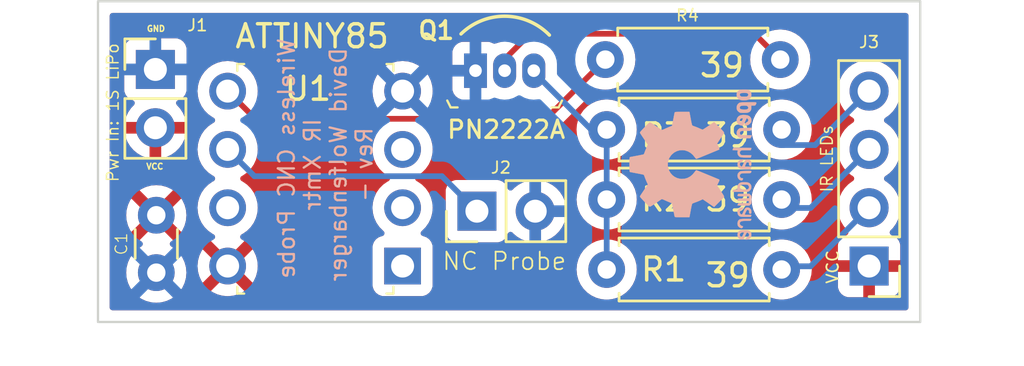
<source format=kicad_pcb>
(kicad_pcb (version 20211014) (generator pcbnew)

  (general
    (thickness 1.6)
  )

  (paper "A4")
  (layers
    (0 "F.Cu" signal)
    (31 "B.Cu" signal)
    (32 "B.Adhes" user "B.Adhesive")
    (33 "F.Adhes" user "F.Adhesive")
    (34 "B.Paste" user)
    (35 "F.Paste" user)
    (36 "B.SilkS" user "B.Silkscreen")
    (37 "F.SilkS" user "F.Silkscreen")
    (38 "B.Mask" user)
    (39 "F.Mask" user)
    (40 "Dwgs.User" user "User.Drawings")
    (41 "Cmts.User" user "User.Comments")
    (42 "Eco1.User" user "User.Eco1")
    (43 "Eco2.User" user "User.Eco2")
    (44 "Edge.Cuts" user)
    (45 "Margin" user)
    (46 "B.CrtYd" user "B.Courtyard")
    (47 "F.CrtYd" user "F.Courtyard")
    (48 "B.Fab" user)
    (49 "F.Fab" user)
    (50 "User.1" user)
    (51 "User.2" user)
    (52 "User.3" user)
    (53 "User.4" user)
    (54 "User.5" user)
    (55 "User.6" user)
    (56 "User.7" user)
    (57 "User.8" user)
    (58 "User.9" user)
  )

  (setup
    (stackup
      (layer "F.SilkS" (type "Top Silk Screen"))
      (layer "F.Paste" (type "Top Solder Paste"))
      (layer "F.Mask" (type "Top Solder Mask") (thickness 0.01))
      (layer "F.Cu" (type "copper") (thickness 0.035))
      (layer "dielectric 1" (type "core") (thickness 1.51) (material "FR4") (epsilon_r 4.5) (loss_tangent 0.02))
      (layer "B.Cu" (type "copper") (thickness 0.035))
      (layer "B.Mask" (type "Bottom Solder Mask") (thickness 0.01))
      (layer "B.Paste" (type "Bottom Solder Paste"))
      (layer "B.SilkS" (type "Bottom Silk Screen"))
      (copper_finish "None")
      (dielectric_constraints no)
    )
    (pad_to_mask_clearance 0.0508)
    (solder_mask_min_width 0.1016)
    (aux_axis_origin 93.98 84.074)
    (grid_origin 93.98 84.074)
    (pcbplotparams
      (layerselection 0x00010fc_ffffffff)
      (disableapertmacros false)
      (usegerberextensions false)
      (usegerberattributes true)
      (usegerberadvancedattributes true)
      (creategerberjobfile true)
      (svguseinch false)
      (svgprecision 6)
      (excludeedgelayer true)
      (plotframeref false)
      (viasonmask false)
      (mode 1)
      (useauxorigin false)
      (hpglpennumber 1)
      (hpglpenspeed 20)
      (hpglpendiameter 15.000000)
      (dxfpolygonmode true)
      (dxfimperialunits true)
      (dxfusepcbnewfont true)
      (psnegative false)
      (psa4output false)
      (plotreference true)
      (plotvalue true)
      (plotinvisibletext false)
      (sketchpadsonfab false)
      (subtractmaskfromsilk false)
      (outputformat 1)
      (mirror false)
      (drillshape 1)
      (scaleselection 1)
      (outputdirectory "")
    )
  )

  (net 0 "")
  (net 1 "VCC")
  (net 2 "Net-(J3-Pad2)")
  (net 3 "Net-(J3-Pad3)")
  (net 4 "Net-(J3-Pad4)")
  (net 5 "Net-(J2-Pad1)")
  (net 6 "GND")
  (net 7 "Net-(Q1-Pad2)")
  (net 8 "Net-(Q1-Pad3)")
  (net 9 "Net-(R4-Pad2)")
  (net 10 "unconnected-(U1-Pad1)")
  (net 11 "unconnected-(U1-Pad2)")
  (net 12 "unconnected-(U1-Pad3)")
  (net 13 "unconnected-(U1-Pad7)")

  (footprint "Resistor_THT:R_Axial_DIN0207_L6.3mm_D2.5mm_P7.62mm_Horizontal" (layer "F.Cu") (at 123.698 72.644 180))

  (footprint "Resistor_THT:R_Axial_DIN0207_L6.3mm_D2.5mm_P7.62mm_Horizontal" (layer "F.Cu") (at 123.7575 75.692 180))

  (footprint "Connector_PinHeader_2.54mm:PinHeader_1x02_P2.54mm_Vertical" (layer "F.Cu") (at 110.485 79.248 90))

  (footprint "Connector_PinHeader_2.54mm:PinHeader_1x04_P2.54mm_Vertical" (layer "F.Cu") (at 127.5675 81.6375 180))

  (footprint "digikey-footprints:TO-92-3" (layer "F.Cu") (at 110.4225 73.1275))

  (footprint "Resistor_THT:R_Axial_DIN0207_L6.3mm_D2.5mm_P7.62mm_Horizontal" (layer "F.Cu") (at 123.7575 81.788 180))

  (footprint "Resistor_THT:R_Axial_DIN0207_L6.3mm_D2.5mm_P7.62mm_Horizontal" (layer "F.Cu") (at 123.7575 78.74 180))

  (footprint "Connector_PinHeader_2.54mm:PinHeader_1x02_P2.54mm_Vertical" (layer "F.Cu") (at 96.48 73.074))

  (footprint "Capacitor_THT:C_Disc_D3.0mm_W1.6mm_P2.50mm" (layer "F.Cu") (at 96.52 81.924 90))

  (footprint "digikey-footprints:DIP-8_W7.62mm" (layer "F.Cu") (at 107.2475 81.6375 180))

  (footprint "Symbols:OSHW-Logo2_7.3x6mm_SilkScreen" (layer "B.Cu") (at 119.888 77.216 -90))

  (gr_rect (start 93.98 70.104) (end 129.794 84.074) (layer "Edge.Cuts") (width 0.1) (fill none) (tstamp ce5a0737-4574-43c4-8820-2d26c3912c9e))
  (gr_text "Wireless CNC Probe \nIR Xmtr\nDavid Wolfenbarger\nRev -" (at 103.886 77.216 90) (layer "B.SilkS") (tstamp 43114da2-9511-43f8-a69b-43c5e8f66100)
    (effects (font (size 0.7 0.7) (thickness 0.1)) (justify mirror))
  )
  (gr_text "IR LEDs" (at 125.73 76.962 90) (layer "F.SilkS") (tstamp 1dff74ec-b419-4e41-aa3e-04d43f7d763e)
    (effects (font (size 0.508 0.508) (thickness 0.0635)))
  )
  (gr_text "GND" (at 96.505 71.299) (layer "F.SilkS") (tstamp 5816000e-50bd-4412-bc9b-3cdab9c89bbd)
    (effects (font (size 0.254 0.254) (thickness 0.0635)))
  )
  (gr_text "VCC" (at 125.98 81.674 90) (layer "F.SilkS") (tstamp 5a2b9db2-a98d-4fef-935c-07884fe935cb)
    (effects (font (size 0.508 0.508) (thickness 0.0762)))
  )
  (gr_text "VCC" (at 96.455 77.299) (layer "F.SilkS") (tstamp aa11ffb2-0745-4f5c-b6a2-3c823494f445)
    (effects (font (size 0.254 0.254) (thickness 0.0635)))
  )
  (gr_text "Pwr In: 1S LiPo" (at 94.625 74.955 90) (layer "F.SilkS") (tstamp e1b6a8aa-b000-4358-b941-616b4c3a0b37)
    (effects (font (size 0.508 0.508) (thickness 0.0635)))
  )
  (gr_text "NC Probe" (at 111.68 81.424) (layer "F.SilkS") (tstamp faa6032d-eda2-49fc-a94c-ef40e6180f35)
    (effects (font (size 0.762 0.762) (thickness 0.0762)))
  )

  (segment (start 123.7575 81.6475) (end 125.0175 81.6475) (width 0.25) (layer "B.Cu") (net 2) (tstamp 76f0128d-1226-4f6a-a305-85454a411607))
  (segment (start 125.0175 81.6475) (end 127.5675 79.0975) (width 0.25) (layer "B.Cu") (net 2) (tstamp b0da4269-8835-4e3c-8df0-df24e71ba6e5))
  (segment (start 125.0175 79.1075) (end 127.5675 76.5575) (width 0.25) (layer "B.Cu") (net 3) (tstamp 4fbc17ff-928f-4648-9b6e-2f17161ab7a6))
  (segment (start 123.7575 79.1075) (end 125.0175 79.1075) (width 0.25) (layer "B.Cu") (net 3) (tstamp b0b15fcd-0e05-4263-9c35-79b65f6f1b23))
  (segment (start 125.2175 76.3675) (end 127.5675 74.0175) (width 0.25) (layer "B.Cu") (net 4) (tstamp 2a426834-7a0b-4385-a278-688f38da976c))
  (segment (start 123.7575 76.3675) (end 125.2175 76.3675) (width 0.25) (layer "B.Cu") (net 4) (tstamp 2a5f06fe-a047-4ba0-ac3b-a4b14a357abf))
  (segment (start 100.794 77.724) (end 99.6275 76.5575) (width 0.25) (layer "B.Cu") (net 5) (tstamp 3c4b314b-cce8-4030-a382-c36b53cf9046))
  (segment (start 110.485 79.248) (end 108.961 77.724) (width 0.25) (layer "B.Cu") (net 5) (tstamp a52dfe62-a5db-4855-ba4b-e62497acfeb8))
  (segment (start 108.961 77.724) (end 100.794 77.724) (width 0.25) (layer "B.Cu") (net 5) (tstamp e18593aa-38cd-4e7d-9f57-ba4a8a83614e))
  (segment (start 112.800511 71.519489) (end 111.6925 72.6275) (width 0.25) (layer "F.Cu") (net 7) (tstamp 205521f4-541c-45aa-98ec-c536db16bfa6))
  (segment (start 123.698 72.644) (end 122.573489 71.519489) (width 0.25) (layer "F.Cu") (net 7) (tstamp 742f2a37-f4ee-47a0-a531-306ead6002c2))
  (segment (start 122.573489 71.519489) (end 112.800511 71.519489) (width 0.25) (layer "F.Cu") (net 7) (tstamp 881d86ec-4c47-40ef-9ee4-79c4b1f1bab8))
  (segment (start 111.6925 72.6275) (end 111.6925 73.1275) (width 0.25) (layer "F.Cu") (net 7) (tstamp 9e80019a-1cba-47e3-ab91-ca5b297aecc0))
  (segment (start 116.1375 81.6475) (end 116.1375 79.1075) (width 0.25) (layer "B.Cu") (net 8) (tstamp 232ae807-0194-4cc1-8cd3-2002b55131aa))
  (segment (start 116.1375 76.3675) (end 112.9625 73.1925) (width 0.25) (layer "B.Cu") (net 8) (tstamp 70b49c30-0b09-4de0-8b67-c63592920ee3))
  (segment (start 116.1375 79.1075) (end 116.1375 76.3675) (width 0.25) (layer "B.Cu") (net 8) (tstamp b14df754-cffd-4886-92ae-7de73f5887d0))
  (segment (start 112.9625 73.1925) (end 112.9625 73.1275) (width 0.25) (layer "B.Cu") (net 8) (tstamp c02c2e6f-5f64-4e7d-9784-2a81d008a652))
  (segment (start 99.6275 74.0175) (end 100.834 75.224) (width 0.25) (layer "F.Cu") (net 9) (tstamp 0af1a926-bb30-402c-9d54-638d8c54193e))
  (segment (start 113.58 75.142) (end 116.078 72.644) (width 0.25) (layer "F.Cu") (net 9) (tstamp 158caea1-8be4-4d68-b695-e535f7813c3b))
  (segment (start 100.834 75.224) (end 113.58 75.224) (width 0.25) (layer "F.Cu") (net 9) (tstamp 2efe1230-4a03-4e1d-9162-464c7098deda))
  (segment (start 113.58 75.224) (end 113.58 75.142) (width 0.25) (layer "F.Cu") (net 9) (tstamp c142f3ba-12df-41dc-8e96-03f6061a39bb))

  (zone (net 1) (net_name "VCC") (layer "F.Cu") (tstamp 88610282-a92d-4c3d-917a-ea95d59e0759) (hatch edge 0.508)
    (connect_pads (clearance 0.508))
    (min_thickness 0.254) (filled_areas_thickness no)
    (fill yes (thermal_gap 0.508) (thermal_bridge_width 0.508))
    (polygon
      (pts
        (xy 129.805 84.099)
        (xy 94.005 84.074)
        (xy 93.955 70.074)
        (xy 129.805 70.049)
      )
    )
    (filled_polygon
      (layer "F.Cu")
      (pts
        (xy 129.227621 70.632502)
        (xy 129.274114 70.686158)
        (xy 129.2855 70.7385)
        (xy 129.2855 83.4395)
        (xy 129.265498 83.507621)
        (xy 129.211842 83.554114)
        (xy 129.1595 83.5655)
        (xy 94.6145 83.5655)
        (xy 94.546379 83.545498)
        (xy 94.499886 83.491842)
        (xy 94.4885 83.4395)
        (xy 94.4885 81.924)
        (xy 95.206502 81.924)
        (xy 95.226457 82.152087)
        (xy 95.227881 82.1574)
        (xy 95.227881 82.157402)
        (xy 95.280179 82.352577)
        (xy 95.285716 82.373243)
        (xy 95.288039 82.378224)
        (xy 95.288039 82.378225)
        (xy 95.380151 82.575762)
        (xy 95.380154 82.575767)
        (xy 95.382477 82.580749)
        (xy 95.388851 82.589852)
        (xy 95.494791 82.741149)
        (xy 95.513802 82.7683)
        (xy 95.6757 82.930198)
        (xy 95.680208 82.933355)
        (xy 95.680211 82.933357)
        (xy 95.704004 82.950017)
        (xy 95.863251 83.061523)
        (xy 95.868233 83.063846)
        (xy 95.868238 83.063849)
        (xy 96.065775 83.155961)
        (xy 96.070757 83.158284)
        (xy 96.076065 83.159706)
        (xy 96.076067 83.159707)
        (xy 96.286598 83.216119)
        (xy 96.2866 83.216119)
        (xy 96.291913 83.217543)
        (xy 96.52 83.237498)
        (xy 96.748087 83.217543)
        (xy 96.7534 83.216119)
        (xy 96.753402 83.216119)
        (xy 96.963933 83.159707)
        (xy 96.963935 83.159706)
        (xy 96.969243 83.158284)
        (xy 96.974225 83.155961)
        (xy 97.171762 83.063849)
        (xy 97.171767 83.063846)
        (xy 97.176749 83.061523)
        (xy 97.335996 82.950017)
        (xy 97.359789 82.933357)
        (xy 97.359792 82.933355)
        (xy 97.3643 82.930198)
        (xy 97.526198 82.7683)
        (xy 97.54521 82.741149)
        (xy 97.557525 82.723562)
        (xy 98.905993 82.723562)
        (xy 98.915289 82.735577)
        (xy 98.966494 82.771431)
        (xy 98.975989 82.776914)
        (xy 99.173447 82.86899)
        (xy 99.183739 82.872736)
        (xy 99.394188 82.929125)
        (xy 99.404981 82.931028)
        (xy 99.622025 82.950017)
        (xy 99.632975 82.950017)
        (xy 99.850019 82.931028)
        (xy 99.860812 82.929125)
        (xy 100.071261 82.872736)
        (xy 100.081553 82.86899)
        (xy 100.279011 82.776914)
        (xy 100.288506 82.771431)
        (xy 100.340548 82.734991)
        (xy 100.348924 82.724512)
        (xy 100.341856 82.711066)
        (xy 99.640312 82.009522)
        (xy 99.626368 82.001908)
        (xy 99.624535 82.002039)
        (xy 99.61792 82.00629)
        (xy 98.912423 82.711787)
        (xy 98.905993 82.723562)
        (xy 97.557525 82.723562)
        (xy 97.651149 82.589852)
        (xy 97.657523 82.580749)
        (xy 97.659846 82.575767)
        (xy 97.659849 82.575762)
        (xy 97.751961 82.378225)
        (xy 97.751961 82.378224)
        (xy 97.754284 82.373243)
        (xy 97.759822 82.352577)
        (xy 97.812119 82.157402)
        (xy 97.812119 82.1574)
        (xy 97.813543 82.152087)
        (xy 97.833498 81.924)
        (xy 97.813543 81.695913)
        (xy 97.799359 81.642975)
        (xy 98.314983 81.642975)
        (xy 98.333972 81.860019)
        (xy 98.335875 81.870812)
        (xy 98.392264 82.081261)
        (xy 98.39601 82.091553)
        (xy 98.488086 82.289011)
        (xy 98.493569 82.298506)
        (xy 98.530009 82.350548)
        (xy 98.540488 82.358924)
        (xy 98.553934 82.351856)
        (xy 99.255478 81.650312)
        (xy 99.261856 81.638632)
        (xy 99.991908 81.638632)
        (xy 99.992039 81.640465)
        (xy 99.99629 81.64708)
        (xy 100.701787 82.352577)
        (xy 100.713562 82.359007)
        (xy 100.725577 82.349711)
        (xy 100.761431 82.298506)
        (xy 100.766914 82.289011)
        (xy 100.85899 82.091553)
        (xy 100.862736 82.081261)
        (xy 100.919125 81.870812)
        (xy 100.921028 81.860019)
        (xy 100.940017 81.642975)
        (xy 100.940017 81.632025)
        (xy 100.921028 81.414981)
        (xy 100.919125 81.404188)
        (xy 100.862736 81.193739)
        (xy 100.85899 81.183447)
        (xy 100.766914 80.985989)
        (xy 100.761431 80.976494)
        (xy 100.724991 80.924452)
        (xy 100.714512 80.916076)
        (xy 100.701066 80.923144)
        (xy 99.999522 81.624688)
        (xy 99.991908 81.638632)
        (xy 99.261856 81.638632)
        (xy 99.263092 81.636368)
        (xy 99.262961 81.634535)
        (xy 99.25871 81.62792)
        (xy 98.553213 80.922423)
        (xy 98.541438 80.915993)
        (xy 98.529423 80.925289)
        (xy 98.493569 80.976494)
        (xy 98.488086 80.985989)
        (xy 98.39601 81.183447)
        (xy 98.392264 81.193739)
        (xy 98.335875 81.404188)
        (xy 98.333972 81.414981)
        (xy 98.314983 81.632025)
        (xy 98.314983 81.642975)
        (xy 97.799359 81.642975)
        (xy 97.798686 81.640465)
        (xy 97.755707 81.480067)
        (xy 97.755706 81.480065)
        (xy 97.754284 81.474757)
        (xy 97.72641 81.414981)
        (xy 97.659849 81.272238)
        (xy 97.659846 81.272233)
        (xy 97.657523 81.267251)
        (xy 97.584098 81.162389)
        (xy 97.529357 81.084211)
        (xy 97.529355 81.084208)
        (xy 97.526198 81.0797)
        (xy 97.3643 80.917802)
        (xy 97.359792 80.914645)
        (xy 97.359789 80.914643)
        (xy 97.181253 80.789631)
        (xy 97.176749 80.786477)
        (xy 97.171765 80.784153)
        (xy 97.169472 80.782829)
        (xy 97.120479 80.731447)
        (xy 97.107043 80.661733)
        (xy 97.133429 80.595822)
        (xy 97.169472 80.564591)
        (xy 97.181002 80.557934)
        (xy 97.233048 80.521491)
        (xy 97.241424 80.511012)
        (xy 97.234356 80.497566)
        (xy 96.532812 79.796022)
        (xy 96.518868 79.788408)
        (xy 96.517035 79.788539)
        (xy 96.51042 79.79279)
        (xy 95.804923 80.498287)
        (xy 95.798493 80.510062)
        (xy 95.807789 80.522077)
        (xy 95.858998 80.557934)
        (xy 95.870528 80.564591)
        (xy 95.919521 80.615973)
        (xy 95.932958 80.685687)
        (xy 95.906571 80.751598)
        (xy 95.870528 80.782829)
        (xy 95.868235 80.784153)
        (xy 95.863251 80.786477)
        (xy 95.858747 80.789631)
        (xy 95.680211 80.914643)
        (xy 95.680208 80.914645)
        (xy 95.6757 80.917802)
        (xy 95.513802 81.0797)
        (xy 95.510645 81.084208)
        (xy 95.510643 81.084211)
        (xy 95.455902 81.162389)
        (xy 95.382477 81.267251)
        (xy 95.380154 81.272233)
        (xy 95.380151 81.272238)
        (xy 95.31359 81.414981)
        (xy 95.285716 81.474757)
        (xy 95.284294 81.480065)
        (xy 95.284293 81.480067)
        (xy 95.241314 81.640465)
        (xy 95.226457 81.695913)
        (xy 95.206502 81.924)
        (xy 94.4885 81.924)
        (xy 94.4885 79.429475)
        (xy 95.207483 79.429475)
        (xy 95.226472 79.646519)
        (xy 95.228375 79.657312)
        (xy 95.284764 79.867761)
        (xy 95.28851 79.878053)
        (xy 95.380586 80.075511)
        (xy 95.386069 80.085006)
        (xy 95.422509 80.137048)
        (xy 95.432988 80.145424)
        (xy 95.446434 80.138356)
        (xy 96.147978 79.436812)
        (xy 96.154356 79.425132)
        (xy 96.884408 79.425132)
        (xy 96.884539 79.426965)
        (xy 96.88879 79.43358)
        (xy 97.594287 80.139077)
        (xy 97.606062 80.145507)
        (xy 97.618077 80.136211)
        (xy 97.653931 80.085006)
        (xy 97.659414 80.075511)
        (xy 97.75149 79.878053)
        (xy 97.755236 79.867761)
        (xy 97.811625 79.657312)
        (xy 97.813528 79.646519)
        (xy 97.832517 79.429475)
        (xy 97.832517 79.418525)
        (xy 97.813528 79.201481)
        (xy 97.811625 79.190688)
        (xy 97.786656 79.0975)
        (xy 98.314002 79.0975)
        (xy 98.333957 79.325587)
        (xy 98.335381 79.3309)
        (xy 98.335381 79.330902)
        (xy 98.383351 79.509925)
        (xy 98.393216 79.546743)
        (xy 98.395539 79.551724)
        (xy 98.395539 79.551725)
        (xy 98.487651 79.749262)
        (xy 98.487654 79.749267)
        (xy 98.489977 79.754249)
        (xy 98.516964 79.79279)
        (xy 98.606117 79.920113)
        (xy 98.621302 79.9418)
        (xy 98.7832 80.103698)
        (xy 98.787708 80.106855)
        (xy 98.787711 80.106857)
        (xy 98.833149 80.138673)
        (xy 98.970751 80.235023)
        (xy 98.975733 80.237346)
        (xy 98.975738 80.237349)
        (xy 99.010549 80.253581)
        (xy 99.063834 80.300498)
        (xy 99.083295 80.368775)
        (xy 99.062753 80.436735)
        (xy 99.010549 80.481971)
        (xy 98.975989 80.498086)
        (xy 98.966494 80.503569)
        (xy 98.914452 80.540009)
        (xy 98.906076 80.550488)
        (xy 98.913144 80.563934)
        (xy 99.614688 81.265478)
        (xy 99.628632 81.273092)
        (xy 99.630465 81.272961)
        (xy 99.63708 81.26871)
        (xy 100.342577 80.563213)
        (xy 100.349007 80.551438)
        (xy 100.339711 80.539423)
        (xy 100.288506 80.503569)
        (xy 100.279011 80.498086)
        (xy 100.244451 80.481971)
        (xy 100.191166 80.435054)
        (xy 100.171705 80.366777)
        (xy 100.192247 80.298817)
        (xy 100.244451 80.253581)
        (xy 100.279262 80.237349)
        (xy 100.279267 80.237346)
        (xy 100.284249 80.235023)
        (xy 100.421851 80.138673)
        (xy 100.467289 80.106857)
        (xy 100.467292 80.106855)
        (xy 100.4718 80.103698)
        (xy 100.633698 79.9418)
        (xy 100.648884 79.920113)
        (xy 100.738036 79.79279)
        (xy 100.765023 79.754249)
        (xy 100.767346 79.749267)
        (xy 100.767349 79.749262)
        (xy 100.859461 79.551725)
        (xy 100.859461 79.551724)
        (xy 100.861784 79.546743)
        (xy 100.87165 79.509925)
        (xy 100.919619 79.330902)
        (xy 100.919619 79.3309)
        (xy 100.921043 79.325587)
        (xy 100.940998 79.0975)
        (xy 100.921043 78.869413)
        (xy 100.915093 78.847207)
        (xy 100.863207 78.653567)
        (xy 100.863206 78.653565)
        (xy 100.861784 78.648257)
        (xy 100.839045 78.599492)
        (xy 100.767349 78.445738)
        (xy 100.767346 78.445733)
        (xy 100.765023 78.440751)
        (xy 100.657844 78.287684)
        (xy 100.636857 78.257711)
        (xy 100.636855 78.257708)
        (xy 100.633698 78.2532)
        (xy 100.4718 78.091302)
        (xy 100.467292 78.088145)
        (xy 100.467289 78.088143)
        (xy 100.326769 77.98975)
        (xy 100.284249 77.959977)
        (xy 100.279267 77.957654)
        (xy 100.279262 77.957651)
        (xy 100.245043 77.941695)
        (xy 100.191758 77.894778)
        (xy 100.172297 77.826501)
        (xy 100.192839 77.758541)
        (xy 100.245043 77.713305)
        (xy 100.279262 77.697349)
        (xy 100.279267 77.697346)
        (xy 100.284249 77.695023)
        (xy 100.389111 77.621598)
        (xy 100.467289 77.566857)
        (xy 100.467292 77.566855)
        (xy 100.4718 77.563698)
        (xy 100.633698 77.4018)
        (xy 100.658423 77.36649)
        (xy 100.761866 77.218757)
        (xy 100.765023 77.214249)
        (xy 100.767346 77.209267)
        (xy 100.767349 77.209262)
        (xy 100.859461 77.011725)
        (xy 100.859461 77.011724)
        (xy 100.861784 77.006743)
        (xy 100.87165 76.969925)
        (xy 100.919619 76.790902)
        (xy 100.919619 76.7909)
        (xy 100.921043 76.785587)
        (xy 100.940998 76.5575)
        (xy 100.921043 76.329413)
        (xy 100.915093 76.307207)
        (xy 100.863207 76.113567)
        (xy 100.863206 76.113565)
        (xy 100.861784 76.108257)
        (xy 100.82844 76.03675)
        (xy 100.817779 75.966558)
        (xy 100.846759 75.901745)
        (xy 100.906179 75.862889)
        (xy 100.942635 75.8575)
        (xy 105.932365 75.8575)
        (xy 106.000486 75.877502)
        (xy 106.046979 75.931158)
        (xy 106.057083 76.001432)
        (xy 106.04656 76.03675)
        (xy 106.013216 76.108257)
        (xy 106.011794 76.113565)
        (xy 106.011793 76.113567)
        (xy 105.959907 76.307207)
        (xy 105.953957 76.329413)
        (xy 105.934002 76.5575)
        (xy 105.953957 76.785587)
        (xy 105.955381 76.7909)
        (xy 105.955381 76.790902)
        (xy 106.003351 76.969925)
        (xy 106.013216 77.006743)
        (xy 106.015539 77.011724)
        (xy 106.015539 77.011725)
        (xy 106.107651 77.209262)
        (xy 106.107654 77.209267)
        (xy 106.109977 77.214249)
        (xy 106.113134 77.218757)
        (xy 106.216578 77.36649)
        (xy 106.241302 77.4018)
        (xy 106.4032 77.563698)
        (xy 106.407708 77.566855)
        (xy 106.407711 77.566857)
        (xy 106.485889 77.621598)
        (xy 106.590751 77.695023)
        (xy 106.595733 77.697346)
        (xy 106.595738 77.697349)
        (xy 106.629957 77.713305)
        (xy 106.683242 77.760222)
        (xy 106.702703 77.828499)
        (xy 106.682161 77.896459)
        (xy 106.629957 77.941695)
        (xy 106.595738 77.957651)
        (xy 106.595733 77.957654)
        (xy 106.590751 77.959977)
        (xy 106.548231 77.98975)
        (xy 106.407711 78.088143)
        (xy 106.407708 78.088145)
        (xy 106.4032 78.091302)
        (xy 106.241302 78.2532)
        (xy 106.238145 78.257708)
        (xy 106.238143 78.257711)
        (xy 106.217156 78.287684)
        (xy 106.109977 78.440751)
        (xy 106.107654 78.445733)
        (xy 106.107651 78.445738)
        (xy 106.035955 78.599492)
        (xy 106.013216 78.648257)
        (xy 106.011794 78.653565)
        (xy 106.011793 78.653567)
        (xy 105.959907 78.847207)
        (xy 105.953957 78.869413)
        (xy 105.934002 79.0975)
        (xy 105.953957 79.325587)
        (xy 105.955381 79.3309)
        (xy 105.955381 79.330902)
        (xy 106.003351 79.509925)
        (xy 106.013216 79.546743)
        (xy 106.015539 79.551724)
        (xy 106.015539 79.551725)
        (xy 106.107651 79.749262)
        (xy 106.107654 79.749267)
        (xy 106.109977 79.754249)
        (xy 106.136964 79.79279)
        (xy 106.226117 79.920113)
        (xy 106.241302 79.9418)
        (xy 106.4032 80.103698)
        (xy 106.407711 80.106857)
        (xy 106.411924 80.110392)
        (xy 106.410973 80.111526)
        (xy 106.450971 80.161571)
        (xy 106.458276 80.23219)
        (xy 106.426242 80.295549)
        (xy 106.365038 80.33153)
        (xy 106.347983 80.334582)
        (xy 106.337184 80.335755)
        (xy 106.200795 80.386885)
        (xy 106.084239 80.474239)
        (xy 105.996885 80.590795)
        (xy 105.945755 80.727184)
        (xy 105.939 80.789366)
        (xy 105.939 82.485634)
        (xy 105.945755 82.547816)
        (xy 105.996885 82.684205)
        (xy 106.084239 82.800761)
        (xy 106.200795 82.888115)
        (xy 106.337184 82.939245)
        (xy 106.399366 82.946)
        (xy 108.095634 82.946)
        (xy 108.157816 82.939245)
        (xy 108.294205 82.888115)
        (xy 108.410761 82.800761)
        (xy 108.498115 82.684205)
        (xy 108.549245 82.547816)
        (xy 108.556 82.485634)
        (xy 108.556 81.788)
        (xy 114.824002 81.788)
        (xy 114.843957 82.016087)
        (xy 114.845381 82.0214)
        (xy 114.845381 82.021402)
        (xy 114.881823 82.157402)
        (xy 114.903216 82.237243)
        (xy 114.905539 82.242224)
        (xy 114.905539 82.242225)
        (xy 114.997651 82.439762)
        (xy 114.997654 82.439767)
        (xy 114.999977 82.444749)
        (xy 115.073402 82.549611)
        (xy 115.112261 82.605106)
        (xy 115.131302 82.6323)
        (xy 115.2932 82.794198)
        (xy 115.297708 82.797355)
        (xy 115.297711 82.797357)
        (xy 115.363216 82.843224)
        (xy 115.480751 82.925523)
        (xy 115.485733 82.927846)
        (xy 115.485738 82.927849)
        (xy 115.630818 82.9955)
        (xy 115.688257 83.022284)
        (xy 115.693565 83.023706)
        (xy 115.693567 83.023707)
        (xy 115.904098 83.080119)
        (xy 115.9041 83.080119)
        (xy 115.909413 83.081543)
        (xy 116.1375 83.101498)
        (xy 116.365587 83.081543)
        (xy 116.3709 83.080119)
        (xy 116.370902 83.080119)
        (xy 116.581433 83.023707)
        (xy 116.581435 83.023706)
        (xy 116.586743 83.022284)
        (xy 116.644182 82.9955)
        (xy 116.789262 82.927849)
        (xy 116.789267 82.927846)
        (xy 116.794249 82.925523)
        (xy 116.911784 82.843224)
        (xy 116.977289 82.797357)
        (xy 116.977292 82.797355)
        (xy 116.9818 82.794198)
        (xy 117.143698 82.6323)
        (xy 117.16274 82.605106)
        (xy 117.201598 82.549611)
        (xy 117.275023 82.444749)
        (xy 117.277346 82.439767)
        (xy 117.277349 82.439762)
        (xy 117.369461 82.242225)
        (xy 117.369461 82.242224)
        (xy 117.371784 82.237243)
        (xy 117.393178 82.157402)
        (xy 117.429619 82.021402)
        (xy 117.429619 82.0214)
        (xy 117.431043 82.016087)
        (xy 117.450998 81.788)
        (xy 122.444002 81.788)
        (xy 122.463957 82.016087)
        (xy 122.465381 82.0214)
        (xy 122.465381 82.021402)
        (xy 122.501823 82.157402)
        (xy 122.523216 82.237243)
        (xy 122.525539 82.242224)
        (xy 122.525539 82.242225)
        (xy 122.617651 82.439762)
        (xy 122.617654 82.439767)
        (xy 122.619977 82.444749)
        (xy 122.693402 82.549611)
        (xy 122.732261 82.605106)
        (xy 122.751302 82.6323)
        (xy 122.9132 82.794198)
        (xy 122.917708 82.797355)
        (xy 122.917711 82.797357)
        (xy 122.983216 82.843224)
        (xy 123.100751 82.925523)
        (xy 123.105733 82.927846)
        (xy 123.105738 82.927849)
        (xy 123.250818 82.9955)
        (xy 123.308257 83.022284)
        (xy 123.313565 83.023706)
        (xy 123.313567 83.023707)
        (xy 123.524098 83.080119)
        (xy 123.5241 83.080119)
        (xy 123.529413 83.081543)
        (xy 123.7575 83.101498)
        (xy 123.985587 83.081543)
        (xy 123.9909 83.080119)
        (xy 123.990902 83.080119)
        (xy 124.201433 83.023707)
        (xy 124.201435 83.023706)
        (xy 124.206743 83.022284)
        (xy 124.264182 82.9955)
        (xy 124.409262 82.927849)
        (xy 124.409267 82.927846)
        (xy 124.414249 82.925523)
        (xy 124.531784 82.843224)
        (xy 124.597289 82.797357)
        (xy 124.597292 82.797355)
        (xy 124.6018 82.794198)
        (xy 124.763698 82.6323)
        (xy 124.78274 82.605106)
        (xy 124.821598 82.549611)
        (xy 124.833811 82.532169)
        (xy 126.209501 82.532169)
        (xy 126.209871 82.53899)
        (xy 126.215395 82.589852)
        (xy 126.219021 82.605104)
        (xy 126.264176 82.725554)
        (xy 126.272714 82.741149)
        (xy 126.349215 82.843224)
        (xy 126.361776 82.855785)
        (xy 126.463851 82.932286)
        (xy 126.479446 82.940824)
        (xy 126.599894 82.985978)
        (xy 126.615149 82.989605)
        (xy 126.666014 82.995131)
        (xy 126.672828 82.9955)
        (xy 127.295385 82.9955)
        (xy 127.310624 82.991025)
        (xy 127.311829 82.989635)
        (xy 127.3135 82.981952)
        (xy 127.3135 82.977384)
        (xy 127.8215 82.977384)
        (xy 127.825975 82.992623)
        (xy 127.827365 82.993828)
        (xy 127.835048 82.995499)
        (xy 128.462169 82.995499)
        (xy 128.46899 82.995129)
        (xy 128.519852 82.989605)
        (xy 128.535104 82.985979)
        (xy 128.655554 82.940824)
        (xy 128.671149 82.932286)
        (xy 128.773224 82.855785)
        (xy 128.785785 82.843224)
        (xy 128.862286 82.741149)
        (xy 128.870824 82.725554)
        (xy 128.915978 82.605106)
        (xy 128.919605 82.589851)
        (xy 128.925131 82.538986)
        (xy 128.9255 82.532172)
        (xy 128.9255 81.909615)
        (xy 128.921025 81.894376)
        (xy 128.919635 81.893171)
        (xy 128.911952 81.8915)
        (xy 127.839615 81.8915)
        (xy 127.824376 81.895975)
        (xy 127.823171 81.897365)
        (xy 127.8215 81.905048)
        (xy 127.8215 82.977384)
        (xy 127.3135 82.977384)
        (xy 127.3135 81.909615)
        (xy 127.309025 81.894376)
        (xy 127.307635 81.893171)
        (xy 127.299952 81.8915)
        (xy 126.227616 81.8915)
        (xy 126.212377 81.895975)
        (xy 126.211172 81.897365)
        (xy 126.209501 81.905048)
        (xy 126.209501 82.532169)
        (xy 124.833811 82.532169)
        (xy 124.895023 82.444749)
        (xy 124.897346 82.439767)
        (xy 124.897349 82.439762)
        (xy 124.989461 82.242225)
        (xy 124.989461 82.242224)
        (xy 124.991784 82.237243)
        (xy 125.013178 82.157402)
        (xy 125.049619 82.021402)
        (xy 125.049619 82.0214)
        (xy 125.051043 82.016087)
        (xy 125.070998 81.788)
        (xy 125.051043 81.559913)
        (xy 125.029648 81.480067)
        (xy 124.993207 81.344067)
        (xy 124.993206 81.344065)
        (xy 124.991784 81.338757)
        (xy 124.959121 81.26871)
        (xy 124.897349 81.136238)
        (xy 124.897346 81.136233)
        (xy 124.895023 81.131251)
        (xy 124.763698 80.9437)
        (xy 124.6018 80.781802)
        (xy 124.597292 80.778645)
        (xy 124.597289 80.778643)
        (xy 124.464534 80.685687)
        (xy 124.414249 80.650477)
        (xy 124.409267 80.648154)
        (xy 124.409262 80.648151)
        (xy 124.211725 80.556039)
        (xy 124.211724 80.556039)
        (xy 124.206743 80.553716)
        (xy 124.201435 80.552294)
        (xy 124.201433 80.552293)
        (xy 123.990902 80.495881)
        (xy 123.9909 80.495881)
        (xy 123.985587 80.494457)
        (xy 123.7575 80.474502)
        (xy 123.529413 80.494457)
        (xy 123.5241 80.495881)
        (xy 123.524098 80.495881)
        (xy 123.313567 80.552293)
        (xy 123.313565 80.552294)
        (xy 123.308257 80.553716)
        (xy 123.303276 80.556039)
        (xy 123.303275 80.556039)
        (xy 123.105738 80.648151)
        (xy 123.105733 80.648154)
        (xy 123.100751 80.650477)
        (xy 123.050466 80.685687)
        (xy 122.917711 80.778643)
        (xy 122.917708 80.778645)
        (xy 122.9132 80.781802)
        (xy 122.751302 80.9437)
        (xy 122.619977 81.131251)
        (xy 122.617654 81.136233)
        (xy 122.617651 81.136238)
        (xy 122.555879 81.26871)
        (xy 122.523216 81.338757)
        (xy 122.521794 81.344065)
        (xy 122.521793 81.344067)
        (xy 122.485352 81.480067)
        (xy 122.463957 81.559913)
        (xy 122.444002 81.788)
        (xy 117.450998 81.788)
        (xy 117.431043 81.559913)
        (xy 117.409648 81.480067)
        (xy 117.373207 81.344067)
        (xy 117.373206 81.344065)
        (xy 117.371784 81.338757)
        (xy 117.339121 81.26871)
        (xy 117.277349 81.136238)
        (xy 117.277346 81.136233)
        (xy 117.275023 81.131251)
        (xy 117.143698 80.9437)
        (xy 116.9818 80.781802)
        (xy 116.977292 80.778645)
        (xy 116.977289 80.778643)
        (xy 116.844534 80.685687)
        (xy 116.794249 80.650477)
        (xy 116.789267 80.648154)
        (xy 116.789262 80.648151)
        (xy 116.591725 80.556039)
        (xy 116.591724 80.556039)
        (xy 116.586743 80.553716)
        (xy 116.581435 80.552294)
        (xy 116.581433 80.552293)
        (xy 116.370902 80.495881)
        (xy 116.3709 80.495881)
        (xy 116.365587 80.494457)
        (xy 116.1375 80.474502)
        (xy 115.909413 80.494457)
        (xy 115.9041 80.495881)
        (xy 115.904098 80.495881)
        (xy 115.693567 80.552293)
        (xy 115.693565 80.552294)
        (xy 115.688257 80.553716)
        (xy 115.683276 80.556039)
        (xy 115.683275 80.556039)
        (xy 115.485738 80.648151)
        (xy 115.485733 80.648154)
        (xy 115.480751 80.650477)
        (xy 115.430466 80.685687)
        (xy 115.297711 80.778643)
        (xy 115.297708 80.778645)
        (xy 115.2932 80.781802)
        (xy 115.131302 80.9437)
        (xy 114.999977 81.131251)
        (xy 114.997654 81.136233)
        (xy 114.997651 81.136238)
        (xy 114.935879 81.26871)
        (xy 114.903216 81.338757)
        (xy 114.901794 81.344065)
        (xy 114.901793 81.344067)
        (xy 114.865352 81.480067)
        (xy 114.843957 81.559913)
        (xy 114.824002 81.788)
        (xy 108.556 81.788)
        (xy 108.556 80.789366)
        (xy 108.549245 80.727184)
        (xy 108.498115 80.590795)
        (xy 108.410761 80.474239)
        (xy 108.294205 80.386885)
        (xy 108.157816 80.335755)
        (xy 108.147026 80.334583)
        (xy 108.144894 80.333697)
        (xy 108.142278 80.333075)
        (xy 108.142379 80.332652)
        (xy 108.081465 80.307345)
        (xy 108.041037 80.248983)
        (xy 108.038578 80.178029)
        (xy 108.057549 80.146134)
        (xy 109.1265 80.146134)
        (xy 109.133255 80.208316)
        (xy 109.184385 80.344705)
        (xy 109.271739 80.461261)
        (xy 109.388295 80.548615)
        (xy 109.524684 80.599745)
        (xy 109.586866 80.6065)
        (xy 111.383134 80.6065)
        (xy 111.445316 80.599745)
        (xy 111.581705 80.548615)
        (xy 111.698261 80.461261)
        (xy 111.785615 80.344705)
        (xy 111.799621 80.307345)
        (xy 111.829598 80.227382)
        (xy 111.87224 80.170618)
        (xy 111.938802 80.145918)
        (xy 112.00815 80.161126)
        (xy 112.042817 80.189114)
        (xy 112.07125 80.221938)
        (xy 112.243126 80.364632)
        (xy 112.436 80.477338)
        (xy 112.440825 80.47918)
        (xy 112.440826 80.479181)
        (xy 112.479576 80.493978)
        (xy 112.644692 80.55703)
        (xy 112.64976 80.558061)
        (xy 112.649763 80.558062)
        (xy 112.757017 80.579883)
        (xy 112.863597 80.601567)
        (xy 112.868772 80.601757)
        (xy 112.868774 80.601757)
        (xy 113.081673 80.609564)
        (xy 113.081677 80.609564)
        (xy 113.086837 80.609753)
        (xy 113.091957 80.609097)
        (xy 113.091959 80.609097)
        (xy 113.303288 80.582025)
        (xy 113.303289 80.582025)
        (xy 113.308416 80.581368)
        (xy 113.313366 80.579883)
        (xy 113.517429 80.518661)
        (xy 113.517434 80.518659)
        (xy 113.522384 80.517174)
        (xy 113.722994 80.418896)
        (xy 113.90486 80.289173)
        (xy 113.943964 80.250206)
        (xy 114.049112 80.145424)
        (xy 114.063096 80.131489)
        (xy 114.075451 80.114296)
        (xy 114.190435 79.954277)
        (xy 114.193453 79.950077)
        (xy 114.216924 79.902588)
        (xy 114.290136 79.754453)
        (xy 114.290137 79.754451)
        (xy 114.29243 79.749811)
        (xy 114.35737 79.536069)
        (xy 114.386529 79.31459)
        (xy 114.386611 79.31124)
        (xy 114.388074 79.251365)
        (xy 114.388074 79.251361)
        (xy 114.388156 79.248)
        (xy 114.369852 79.025361)
        (xy 114.315431 78.808702)
        (xy 114.285558 78.74)
        (xy 114.824002 78.74)
        (xy 114.843957 78.968087)
        (xy 114.845381 78.9734)
        (xy 114.845381 78.973402)
        (xy 114.895579 79.16074)
        (xy 114.903216 79.189243)
        (xy 114.905539 79.194224)
        (xy 114.905539 79.194225)
        (xy 114.997651 79.391762)
        (xy 114.997654 79.391767)
        (xy 114.999977 79.396749)
        (xy 115.072342 79.500096)
        (xy 115.108493 79.551725)
        (xy 115.131302 79.5843)
        (xy 115.2932 79.746198)
        (xy 115.297708 79.749355)
        (xy 115.297711 79.749357)
        (xy 115.304698 79.754249)
        (xy 115.480751 79.877523)
        (xy 115.485733 79.879846)
        (xy 115.485738 79.879849)
        (xy 115.683275 79.971961)
        (xy 115.688257 79.974284)
        (xy 115.693565 79.975706)
        (xy 115.693567 79.975707)
        (xy 115.904098 80.032119)
        (xy 115.9041 80.032119)
        (xy 115.909413 80.033543)
        (xy 116.1375 80.053498)
        (xy 116.365587 80.033543)
        (xy 116.3709 80.032119)
        (xy 116.370902 80.032119)
        (xy 116.581433 79.975707)
        (xy 116.581435 79.975706)
        (xy 116.586743 79.974284)
        (xy 116.591725 79.971961)
        (xy 116.789262 79.879849)
        (xy 116.789267 79.879846)
        (xy 116.794249 79.877523)
        (xy 116.970302 79.754249)
        (xy 116.977289 79.749357)
        (xy 116.977292 79.749355)
        (xy 116.9818 79.746198)
        (xy 117.143698 79.5843)
        (xy 117.166508 79.551725)
        (xy 117.202658 79.500096)
        (xy 117.275023 79.396749)
        (xy 117.277346 79.391767)
        (xy 117.277349 79.391762)
        (xy 117.369461 79.194225)
        (xy 117.369461 79.194224)
        (xy 117.371784 79.189243)
        (xy 117.379422 79.16074)
        (xy 117.429619 78.973402)
        (xy 117.429619 78.9734)
        (xy 117.431043 78.968087)
        (xy 117.450998 78.74)
        (xy 122.444002 78.74)
        (xy 122.463957 78.968087)
        (xy 122.465381 78.9734)
        (xy 122.465381 78.973402)
        (xy 122.515579 79.16074)
        (xy 122.523216 79.189243)
        (xy 122.525539 79.194224)
        (xy 122.525539 79.194225)
        (xy 122.617651 79.391762)
        (xy 122.617654 79.391767)
        (xy 122.619977 79.396749)
        (xy 122.692342 79.500096)
        (xy 122.728493 79.551725)
        (xy 122.751302 79.5843)
        (xy 122.9132 79.746198)
        (xy 122.917708 79.749355)
        (xy 122.917711 79.749357)
        (xy 122.924698 79.754249)
        (xy 123.100751 79.877523)
        (xy 123.105733 79.879846)
        (xy 123.105738 79.879849)
        (xy 123.303275 79.971961)
        (xy 123.308257 79.974284)
        (xy 123.313565 79.975706)
        (xy 123.313567 79.975707)
        (xy 123.524098 80.032119)
        (xy 123.5241 80.032119)
        (xy 123.529413 80.033543)
        (xy 123.7575 80.053498)
        (xy 123.985587 80.033543)
        (xy 123.9909 80.032119)
        (xy 123.990902 80.032119)
        (xy 124.201433 79.975707)
        (xy 124.201435 79.975706)
        (xy 124.206743 79.974284)
        (xy 124.211725 79.971961)
        (xy 124.409262 79.879849)
        (xy 124.409267 79.879846)
        (xy 124.414249 79.877523)
        (xy 124.590302 79.754249)
        (xy 124.597289 79.749357)
        (xy 124.597292 79.749355)
        (xy 124.6018 79.746198)
        (xy 124.763698 79.5843)
        (xy 124.786508 79.551725)
        (xy 124.822658 79.500096)
        (xy 124.895023 79.396749)
        (xy 124.897346 79.391767)
        (xy 124.897349 79.391762)
        (xy 124.989461 79.194225)
        (xy 124.989461 79.194224)
        (xy 124.991784 79.189243)
        (xy 124.999422 79.16074)
        (xy 125.025291 79.064195)
        (xy 126.204751 79.064195)
        (xy 126.205048 79.069348)
        (xy 126.205048 79.069351)
        (xy 126.215349 79.248)
        (xy 126.21761 79.287215)
        (xy 126.218747 79.292261)
        (xy 126.218748 79.292267)
        (xy 126.227455 79.330902)
        (xy 126.266722 79.505139)
        (xy 126.350766 79.712116)
        (xy 126.376585 79.754249)
        (xy 126.453553 79.879849)
        (xy 126.467487 79.902588)
        (xy 126.61375 80.071438)
        (xy 126.617725 80.074738)
        (xy 126.617731 80.074744)
        (xy 126.622925 80.079056)
        (xy 126.662559 80.13796)
        (xy 126.664055 80.208941)
        (xy 126.626939 80.269462)
        (xy 126.586668 80.29398)
        (xy 126.479446 80.334176)
        (xy 126.463851 80.342714)
        (xy 126.361776 80.419215)
        (xy 126.349215 80.431776)
        (xy 126.272714 80.533851)
        (xy 126.264176 80.549446)
        (xy 126.219022 80.669894)
        (xy 126.215395 80.685149)
        (xy 126.209869 80.736014)
        (xy 126.2095 80.742828)
        (xy 126.2095 81.365385)
        (xy 126.213975 81.380624)
        (xy 126.215365 81.381829)
        (xy 126.223048 81.3835)
        (xy 128.907384 81.3835)
        (xy 128.922623 81.379025)
        (xy 128.923828 81.377635)
        (xy 128.925499 81.369952)
        (xy 128.925499 80.742831)
        (xy 128.925129 80.73601)
        (xy 128.919605 80.685148)
        (xy 128.915979 80.669896)
        (xy 128.870824 80.549446)
        (xy 128.862286 80.533851)
        (xy 128.785785 80.431776)
        (xy 128.773224 80.419215)
        (xy 128.671149 80.342714)
        (xy 128.655554 80.334176)
        (xy 128.545313 80.292848)
        (xy 128.488549 80.250206)
        (xy 128.463849 80.183645)
        (xy 128.479057 80.114296)
        (xy 128.500604 80.085615)
        (xy 128.60193 79.984644)
        (xy 128.60194 79.984632)
        (xy 128.605596 79.980989)
        (xy 128.609392 79.975707)
        (xy 128.732935 79.803777)
        (xy 128.735953 79.799577)
        (xy 128.739308 79.79279)
        (xy 128.832636 79.603953)
        (xy 128.832637 79.603951)
        (xy 128.83493 79.599311)
        (xy 128.896473 79.396749)
        (xy 128.898365 79.390523)
        (xy 128.898365 79.390521)
        (xy 128.89987 79.385569)
        (xy 128.929029 79.16409)
        (xy 128.930656 79.0975)
        (xy 128.912352 78.874861)
        (xy 128.857931 78.658202)
        (xy 128.768854 78.45334)
        (xy 128.694197 78.337938)
        (xy 128.650322 78.270117)
        (xy 128.65032 78.270114)
        (xy 128.647514 78.265777)
        (xy 128.49717 78.100551)
        (xy 128.493119 78.097352)
        (xy 128.493115 78.097348)
        (xy 128.325914 77.9653)
        (xy 128.32591 77.965298)
        (xy 128.321859 77.962098)
        (xy 128.280553 77.939296)
        (xy 128.230584 77.888864)
        (xy 128.215812 77.819421)
        (xy 128.240928 77.753016)
        (xy 128.26828 77.726409)
        (xy 128.316707 77.691866)
        (xy 128.44736 77.598673)
        (xy 128.479288 77.566857)
        (xy 128.600109 77.446457)
        (xy 128.605596 77.440989)
        (xy 128.636998 77.397289)
        (xy 128.732935 77.263777)
        (xy 128.735953 77.259577)
        (xy 128.756128 77.218757)
        (xy 128.832636 77.063953)
        (xy 128.832637 77.063951)
        (xy 128.83493 77.059311)
        (xy 128.873453 76.932517)
        (xy 128.898365 76.850523)
        (xy 128.898365 76.850521)
        (xy 128.89987 76.845569)
        (xy 128.929029 76.62409)
        (xy 128.929111 76.62074)
        (xy 128.930574 76.560865)
        (xy 128.930574 76.560861)
        (xy 128.930656 76.5575)
        (xy 128.912352 76.334861)
        (xy 128.857931 76.118202)
        (xy 128.768854 75.91334)
        (xy 128.689687 75.790967)
        (xy 128.650322 75.730117)
        (xy 128.65032 75.730114)
        (xy 128.647514 75.725777)
        (xy 128.49717 75.560551)
        (xy 128.493119 75.557352)
        (xy 128.493115 75.557348)
        (xy 128.325914 75.4253)
        (xy 128.32591 75.425298)
        (xy 128.321859 75.422098)
        (xy 128.280553 75.399296)
        (xy 128.230584 75.348864)
        (xy 128.215812 75.279421)
        (xy 128.240928 75.213016)
        (xy 128.26828 75.186409)
        (xy 128.316707 75.151866)
        (xy 128.44736 75.058673)
        (xy 128.479288 75.026857)
        (xy 128.601935 74.904637)
        (xy 128.605596 74.900989)
        (xy 128.636998 74.857289)
        (xy 128.732935 74.723777)
        (xy 128.735953 74.719577)
        (xy 128.756128 74.678757)
        (xy 128.832636 74.523953)
        (xy 128.832637 74.523951)
        (xy 128.83493 74.519311)
        (xy 128.877934 74.377768)
        (xy 128.898365 74.310523)
        (xy 128.898365 74.310521)
        (xy 128.89987 74.305569)
        (xy 128.929029 74.08409)
        (xy 128.929111 74.08074)
        (xy 128.930574 74.020865)
        (xy 128.930574 74.020861)
        (xy 128.930656 74.0175)
        (xy 128.912352 73.794861)
        (xy 128.857931 73.578202)
        (xy 128.768854 73.37334)
        (xy 128.647514 73.185777)
        (xy 128.49717 73.020551)
        (xy 128.493119 73.017352)
        (xy 128.493115 73.017348)
        (xy 128.325914 72.8853)
        (xy 128.32591 72.885298)
        (xy 128.321859 72.882098)
        (xy 128.313804 72.877651)
        (xy 128.217824 72.824668)
        (xy 128.126289 72.774138)
        (xy 128.12142 72.772414)
        (xy 128.121416 72.772412)
        (xy 127.920587 72.701295)
        (xy 127.920583 72.701294)
        (xy 127.915712 72.699569)
        (xy 127.910619 72.698662)
        (xy 127.910616 72.698661)
        (xy 127.700873 72.6613)
        (xy 127.700867 72.661299)
        (xy 127.695784 72.660394)
        (xy 127.621952 72.659492)
        (xy 127.477581 72.657728)
        (xy 127.477579 72.657728)
        (xy 127.472411 72.657665)
        (xy 127.251591 72.691455)
        (xy 127.039256 72.760857)
        (xy 126.841107 72.864007)
        (xy 126.836974 72.86711)
        (xy 126.836971 72.867112)
        (xy 126.6666 72.99503)
        (xy 126.662465 72.998135)
        (xy 126.508129 73.159638)
        (xy 126.505215 73.16391)
        (xy 126.505214 73.163911)
        (xy 126.4958 73.177711)
        (xy 126.382243 73.34418)
        (xy 126.288188 73.546805)
        (xy 126.228489 73.76207)
        (xy 126.204751 73.984195)
        (xy 126.205048 73.989348)
        (xy 126.205048 73.989351)
        (xy 126.210511 74.08409)
        (xy 126.21761 74.207215)
        (xy 126.218747 74.212261)
        (xy 126.218748 74.212267)
        (xy 126.227455 74.250902)
        (xy 126.266722 74.425139)
        (xy 126.318296 74.552151)
        (xy 126.347373 74.623759)
        (xy 126.350766 74.632116)
        (xy 126.467487 74.822588)
        (xy 126.61375 74.991438)
        (xy 126.785626 75.134132)
        (xy 126.847219 75.170124)
        (xy 126.858945 75.176976)
        (xy 126.907669 75.228614)
        (xy 126.92074 75.298397)
        (xy 126.894009 75.364169)
        (xy 126.853555 75.397527)
        (xy 126.841107 75.404007)
        (xy 126.836974 75.40711)
        (xy 126.836971 75.407112)
        (xy 126.70224 75.508271)
        (xy 126.662465 75.538135)
        (xy 126.658893 75.541873)
        (xy 126.513219 75.694312)
        (xy 126.508129 75.699638)
        (xy 126.505215 75.70391)
        (xy 126.505214 75.703911)
        (xy 126.438463 75.801764)
        (xy 126.382243 75.88418)
        (xy 126.360437 75.931158)
        (xy 126.311423 76.03675)
        (xy 126.288188 76.086805)
        (xy 126.228489 76.30207)
        (xy 126.204751 76.524195)
        (xy 126.205048 76.529348)
        (xy 126.205048 76.529351)
        (xy 126.210511 76.62409)
        (xy 126.21761 76.747215)
        (xy 126.218747 76.752261)
        (xy 126.218748 76.752267)
        (xy 126.226517 76.786739)
        (xy 126.266722 76.965139)
        (xy 126.350766 77.172116)
        (xy 126.467487 77.362588)
        (xy 126.61375 77.531438)
        (xy 126.785626 77.674132)
        (xy 126.852663 77.713305)
        (xy 126.858945 77.716976)
        (xy 126.907669 77.768614)
        (xy 126.92074 77.838397)
        (xy 126.894009 77.904169)
        (xy 126.853555 77.937527)
        (xy 126.841107 77.944007)
        (xy 126.836974 77.94711)
        (xy 126.836971 77.947112)
        (xy 126.720263 78.034739)
        (xy 126.662465 78.078135)
        (xy 126.612451 78.130472)
        (xy 126.515072 78.232373)
        (xy 126.508129 78.239638)
        (xy 126.505215 78.24391)
        (xy 126.505214 78.243911)
        (xy 126.476656 78.285775)
        (xy 126.382243 78.42418)
        (xy 126.288188 78.626805)
        (xy 126.228489 78.84207)
        (xy 126.204751 79.064195)
        (xy 125.025291 79.064195)
        (xy 125.049619 78.973402)
        (xy 125.049619 78.9734)
        (xy 125.051043 78.968087)
        (xy 125.070998 78.74)
        (xy 125.051043 78.511913)
        (xy 125.007622 78.349866)
        (xy 124.993207 78.296067)
        (xy 124.993206 78.296065)
        (xy 124.991784 78.290757)
        (xy 124.989461 78.285775)
        (xy 124.897349 78.088238)
        (xy 124.897346 78.088233)
        (xy 124.895023 78.083251)
        (xy 124.782082 77.921955)
        (xy 124.766857 77.900211)
        (xy 124.766855 77.900208)
        (xy 124.763698 77.8957)
        (xy 124.6018 77.733802)
        (xy 124.597292 77.730645)
        (xy 124.597289 77.730643)
        (xy 124.511863 77.670827)
        (xy 124.414249 77.602477)
        (xy 124.409267 77.600154)
        (xy 124.409262 77.600151)
        (xy 124.211725 77.508039)
        (xy 124.211724 77.508039)
        (xy 124.206743 77.505716)
        (xy 124.201435 77.504294)
        (xy 124.201433 77.504293)
        (xy 123.990902 77.447881)
        (xy 123.9909 77.447881)
        (xy 123.985587 77.446457)
        (xy 123.7575 77.426502)
        (xy 123.529413 77.446457)
        (xy 123.5241 77.447881)
        (xy 123.524098 77.447881)
        (xy 123.313567 77.504293)
        (xy 123.313565 77.504294)
        (xy 123.308257 77.505716)
        (xy 123.303276 77.508039)
        (xy 123.303275 77.508039)
        (xy 123.105738 77.600151)
        (xy 123.105733 77.600154)
        (xy 123.100751 77.602477)
        (xy 123.003137 77.670827)
        (xy 122.917711 77.730643)
        (xy 122.917708 77.730645)
        (xy 122.9132 77.733802)
        (xy 122.751302 77.8957)
        (xy 122.748145 77.900208)
        (xy 122.748143 77.900211)
        (xy 122.732918 77.921955)
        (xy 122.619977 78.083251)
        (xy 122.617654 78.088233)
        (xy 122.617651 78.088238)
        (xy 122.525539 78.285775)
        (xy 122.523216 78.290757)
        (xy 122.521794 78.296065)
        (xy 122.521793 78.296067)
        (xy 122.507378 78.349866)
        (xy 122.463957 78.511913)
        (xy 122.444002 78.74)
        (xy 117.450998 78.74)
        (xy 117.431043 78.511913)
        (xy 117.387622 78.349866)
        (xy 117.373207 78.296067)
        (xy 117.373206 78.296065)
        (xy 117.371784 78.290757)
        (xy 117.369461 78.285775)
        (xy 117.277349 78.088238)
        (xy 117.277346 78.088233)
        (xy 117.275023 78.083251)
        (xy 117.162082 77.921955)
        (xy 117.146857 77.900211)
        (xy 117.146855 77.900208)
        (xy 117.143698 77.8957)
        (xy 116.9818 77.733802)
        (xy 116.977292 77.730645)
        (xy 116.977289 77.730643)
        (xy 116.891863 77.670827)
        (xy 116.794249 77.602477)
        (xy 116.789267 77.600154)
        (xy 116.789262 77.600151)
        (xy 116.591725 77.508039)
        (xy 116.591724 77.508039)
        (xy 116.586743 77.505716)
        (xy 116.581435 77.504294)
        (xy 116.581433 77.504293)
        (xy 116.370902 77.447881)
        (xy 116.3709 77.447881)
        (xy 116.365587 77.446457)
        (xy 116.1375 77.426502)
        (xy 115.909413 77.446457)
        (xy 115.9041 77.447881)
        (xy 115.904098 77.447881)
        (xy 115.693567 77.504293)
        (xy 115.693565 77.504294)
        (xy 115.688257 77.505716)
        (xy 115.683276 77.508039)
        (xy 115.683275 77.508039)
        (xy 115.485738 77.600151)
        (xy 115.485733 77.600154)
        (xy 115.480751 77.602477)
        (xy 115.383137 77.670827)
        (xy 115.297711 77.730643)
        (xy 115.297708 77.730645)
        (xy 115.2932 77.733802)
        (xy 115.131302 77.8957)
        (xy 115.128145 77.900208)
        (xy 115.128143 77.900211)
        (xy 115.112918 77.921955)
        (xy 114.999977 78.083251)
        (xy 114.997654 78.088233)
        (xy 114.997651 78.088238)
        (xy 114.905539 78.285775)
        (xy 114.903216 78.290757)
        (xy 114.901794 78.296065)
        (xy 114.901793 78.296067)
        (xy 114.887378 78.349866)
        (xy 114.843957 78.511913)
        (xy 114.824002 78.74)
        (xy 114.285558 78.74)
        (xy 114.226354 78.60384)
        (xy 114.128991 78.45334)
        (xy 114.107822 78.420617)
        (xy 114.10782 78.420614)
        (xy 114.105014 78.416277)
        (xy 113.95467 78.251051)
        (xy 113.950619 78.247852)
        (xy 113.950615 78.247848)
        (xy 113.783414 78.1158)
        (xy 113.78341 78.115798)
        (xy 113.779359 78.112598)
        (xy 113.583789 78.004638)
        (xy 113.57892 78.002914)
        (xy 113.578916 78.002912)
        (xy 113.378087 77.931795)
        (xy 113.378083 77.931794)
        (xy 113.373212 77.930069)
        (xy 113.368119 77.929162)
        (xy 113.368116 77.929161)
        (xy 113.158373 77.8918)
        (xy 113.158367 77.891799)
        (xy 113.153284 77.890894)
        (xy 113.079452 77.889992)
        (xy 112.935081 77.888228)
        (xy 112.935079 77.888228)
        (xy 112.929911 77.888165)
        (xy 112.709091 77.921955)
        (xy 112.496756 77.991357)
        (xy 112.466443 78.007137)
        (xy 112.31065 78.088238)
        (xy 112.298607 78.094507)
        (xy 112.294474 78.09761)
        (xy 112.294471 78.097612)
        (xy 112.173068 78.188764)
        (xy 112.119965 78.228635)
        (xy 112.055526 78.296067)
        (xy 112.039283 78.313064)
        (xy 111.977759 78.348494)
        (xy 111.906846 78.345037)
        (xy 111.84906 78.303791)
        (xy 111.830207 78.270243)
        (xy 111.788767 78.159703)
        (xy 111.785615 78.151295)
        (xy 111.698261 78.034739)
        (xy 111.581705 77.947385)
        (xy 111.445316 77.896255)
        (xy 111.383134 77.8895)
        (xy 109.586866 77.8895)
        (xy 109.524684 77.896255)
        (xy 109.388295 77.947385)
        (xy 109.271739 78.034739)
        (xy 109.184385 78.151295)
        (xy 109.133255 78.287684)
        (xy 109.1265 78.349866)
        (xy 109.1265 80.146134)
        (xy 108.057549 80.146134)
        (xy 108.074871 80.11701)
        (xy 108.083531 80.110011)
        (xy 108.087293 80.106854)
        (xy 108.0918 80.103698)
        (xy 108.253698 79.9418)
        (xy 108.268884 79.920113)
        (xy 108.358036 79.79279)
        (xy 108.385023 79.754249)
        (xy 108.387346 79.749267)
        (xy 108.387349 79.749262)
        (xy 108.479461 79.551725)
        (xy 108.479461 79.551724)
        (xy 108.481784 79.546743)
        (xy 108.49165 79.509925)
        (xy 108.539619 79.330902)
        (xy 108.539619 79.3309)
        (xy 108.541043 79.325587)
        (xy 108.560998 79.0975)
        (xy 108.541043 78.869413)
        (xy 108.535093 78.847207)
        (xy 108.483207 78.653567)
        (xy 108.483206 78.653565)
        (xy 108.481784 78.648257)
        (xy 108.459045 78.599492)
        (xy 108.387349 78.445738)
        (xy 108.387346 78.445733)
        (xy 108.385023 78.440751)
        (xy 108.277844 78.287684)
        (xy 108.256857 78.257711)
        (xy 108.256855 78.257708)
        (xy 108.253698 78.2532)
        (xy 108.0918 78.091302)
        (xy 108.087292 78.088145)
        (xy 108.087289 78.088143)
        (xy 107.946769 77.98975)
        (xy 107.904249 77.959977)
        (xy 107.899267 77.957654)
        (xy 107.899262 77.957651)
        (xy 107.865043 77.941695)
        (xy 107.811758 77.894778)
        (xy 107.792297 77.826501)
        (xy 107.812839 77.758541)
        (xy 107.865043 77.713305)
        (xy 107.899262 77.697349)
        (xy 107.899267 77.697346)
        (xy 107.904249 77.695023)
        (xy 108.009111 77.621598)
        (xy 108.087289 77.566857)
        (xy 108.087292 77.566855)
        (xy 108.0918 77.563698)
        (xy 108.253698 77.4018)
        (xy 108.278423 77.36649)
        (xy 108.381866 77.218757)
        (xy 108.385023 77.214249)
        (xy 108.387346 77.209267)
        (xy 108.387349 77.209262)
        (xy 108.479461 77.011725)
        (xy 108.479461 77.011724)
        (xy 108.481784 77.006743)
        (xy 108.49165 76.969925)
        (xy 108.539619 76.790902)
        (xy 108.539619 76.7909)
        (xy 108.541043 76.785587)
        (xy 108.560998 76.5575)
        (xy 108.541043 76.329413)
        (xy 108.535093 76.307207)
        (xy 108.483207 76.113567)
        (xy 108.483206 76.113565)
        (xy 108.481784 76.108257)
        (xy 108.44844 76.03675)
        (xy 108.437779 75.966558)
        (xy 108.466759 75.901745)
        (xy 108.526179 75.862889)
        (xy 108.562635 75.8575)
        (xy 113.508207 75.8575)
        (xy 113.531816 75.859732)
        (xy 113.532119 75.85979)
        (xy 113.532123 75.85979)
        (xy 113.539906 75.861275)
        (xy 113.595951 75.857749)
        (xy 113.603862 75.8575)
        (xy 113.619856 75.8575)
        (xy 113.63573 75.855494)
        (xy 113.64359 75.854752)
        (xy 113.671049 75.853024)
        (xy 113.691737 75.851723)
        (xy 113.691738 75.851723)
        (xy 113.69965 75.851225)
        (xy 113.707191 75.848775)
        (xy 113.707487 75.848679)
        (xy 113.730631 75.843506)
        (xy 113.730935 75.843468)
        (xy 113.73094 75.843467)
        (xy 113.738797 75.842474)
        (xy 113.746162 75.839558)
        (xy 113.746166 75.839557)
        (xy 113.791011 75.821801)
        (xy 113.79843 75.819129)
        (xy 113.851875 75.801764)
        (xy 113.858572 75.797514)
        (xy 113.858831 75.79735)
        (xy 113.879958 75.786585)
        (xy 113.880246 75.786471)
        (xy 113.880251 75.786468)
        (xy 113.887617 75.783552)
        (xy 113.894025 75.778896)
        (xy 113.894031 75.778893)
        (xy 113.933052 75.750542)
        (xy 113.939589 75.746099)
        (xy 113.987018 75.716)
        (xy 113.992659 75.709993)
        (xy 114.010446 75.694312)
        (xy 114.010691 75.694134)
        (xy 114.010693 75.694132)
        (xy 114.013627 75.692)
        (xy 114.824002 75.692)
        (xy 114.843957 75.920087)
        (xy 114.845381 75.9254)
        (xy 114.845381 75.925402)
        (xy 114.869777 76.016446)
        (xy 114.903216 76.141243)
        (xy 114.905539 76.146224)
        (xy 114.905539 76.146225)
        (xy 114.997651 76.343762)
        (xy 114.997654 76.343767)
        (xy 114.999977 76.348749)
        (xy 115.073402 76.453611)
        (xy 115.119232 76.519062)
        (xy 115.131302 76.5363)
        (xy 115.2932 76.698198)
        (xy 115.297708 76.701355)
        (xy 115.297711 76.701357)
        (xy 115.334213 76.726916)
        (xy 115.480751 76.829523)
        (xy 115.485733 76.831846)
        (xy 115.485738 76.831849)
        (xy 115.676288 76.920703)
        (xy 115.688257 76.926284)
        (xy 115.693565 76.927706)
        (xy 115.693567 76.927707)
        (xy 115.904098 76.984119)
        (xy 115.9041 76.984119)
        (xy 115.909413 76.985543)
        (xy 116.1375 77.005498)
        (xy 116.365587 76.985543)
        (xy 116.3709 76.984119)
        (xy 116.370902 76.984119)
        (xy 116.581433 76.927707)
        (xy 116.581435 76.927706)
        (xy 116.586743 76.926284)
        (xy 116.598712 76.920703)
        (xy 116.789262 76.831849)
        (xy 116.789267 76.831846)
        (xy 116.794249 76.829523)
        (xy 116.940787 76.726916)
        (xy 116.977289 76.701357)
        (xy 116.977292 76.701355)
        (xy 116.9818 76.698198)
        (xy 117.143698 76.5363)
        (xy 117.155769 76.519062)
        (xy 117.201598 76.453611)
        (xy 117.275023 76.348749)
        (xy 117.277346 76.343767)
        (xy 117.277349 76.343762)
        (xy 117.369461 76.146225)
        (xy 117.369461 76.146224)
        (xy 117.371784 76.141243)
        (xy 117.405224 76.016446)
        (xy 117.429619 75.925402)
        (xy 117.429619 75.9254)
        (xy 117.431043 75.920087)
        (xy 117.450998 75.692)
        (xy 122.444002 75.692)
        (xy 122.463957 75.920087)
        (xy 122.465381 75.9254)
        (xy 122.465381 75.925402)
        (xy 122.489777 76.016446)
        (xy 122.523216 76.141243)
        (xy 122.525539 76.146224)
        (xy 122.525539 76.146225)
        (xy 122.617651 76.343762)
        (xy 122.617654 76.343767)
        (xy 122.619977 76.348749)
        (xy 122.693402 76.453611)
        (xy 122.739232 76.519062)
        (xy 122.751302 76.5363)
        (xy 122.9132 76.698198)
        (xy 122.917708 76.701355)
        (xy 122.917711 76.701357)
        (xy 122.954213 76.726916)
        (xy 123.100751 76.829523)
        (xy 123.105733 76.831846)
        (xy 123.105738 76.831849)
        (xy 123.296288 76.920703)
        (xy 123.308257 76.926284)
        (xy 123.313565 76.927706)
        (xy 123.313567 76.927707)
        (xy 123.524098 76.984119)
        (xy 123.5241 76.984119)
        (xy 123.529413 76.985543)
        (xy 123.7575 77.005498)
        (xy 123.985587 76.985543)
        (xy 123.9909 76.984119)
        (xy 123.990902 76.984119)
        (xy 124.201433 76.927707)
        (xy 124.201435 76.927706)
        (xy 124.206743 76.926284)
        (xy 124.218712 76.920703)
        (xy 124.409262 76.831849)
        (xy 124.409267 76.831846)
        (xy 124.414249 76.829523)
        (xy 124.560787 76.726916)
        (xy 124.597289 76.701357)
        (xy 124.597292 76.701355)
        (xy 124.6018 76.698198)
        (xy 124.763698 76.5363)
        (xy 124.775769 76.519062)
        (xy 124.821598 76.453611)
        (xy 124.895023 76.348749)
        (xy 124.897346 76.343767)
        (xy 124.897349 76.343762)
        (xy 124.989461 76.146225)
        (xy 124.989461 76.146224)
        (xy 124.991784 76.141243)
        (xy 125.025224 76.016446)
        (xy 125.049619 75.925402)
        (xy 125.049619 75.9254)
        (xy 125.051043 75.920087)
        (xy 125.070998 75.692)
        (xy 125.051043 75.463913)
        (xy 125.03927 75.419977)
        (xy 124.993207 75.248067)
        (xy 124.993206 75.248065)
        (xy 124.991784 75.242757)
        (xy 124.951958 75.157349)
        (xy 124.897349 75.040238)
        (xy 124.897346 75.040233)
        (xy 124.895023 75.035251)
        (xy 124.803566 74.904637)
        (xy 124.766857 74.852211)
        (xy 124.766855 74.852208)
        (xy 124.763698 74.8477)
        (xy 124.6018 74.685802)
        (xy 124.597292 74.682645)
        (xy 124.597289 74.682643)
        (xy 124.465695 74.5905)
        (xy 124.414249 74.554477)
        (xy 124.409267 74.552154)
        (xy 124.409262 74.552151)
        (xy 124.211725 74.460039)
        (xy 124.211724 74.460039)
        (xy 124.206743 74.457716)
        (xy 124.201435 74.456294)
        (xy 124.201433 74.456293)
        (xy 123.990902 74.399881)
        (xy 123.9909 74.399881)
        (xy 123.985587 74.398457)
        (xy 123.7575 74.378502)
        (xy 123.529413 74.398457)
        (xy 123.5241 74.399881)
        (xy 123.524098 74.399881)
        (xy 123.313567 74.456293)
        (xy 123.313565 74.456294)
        (xy 123.308257 74.457716)
        (xy 123.303276 74.460039)
        (xy 123.303275 74.460039)
        (xy 123.105738 74.552151)
        (xy 123.105733 74.552154)
        (xy 123.100751 74.554477)
        (xy 123.049305 74.5905)
        (xy 122.917711 74.682643)
        (xy 122.917708 74.682645)
        (xy 122.9132 74.685802)
        (xy 122.751302 74.8477)
        (xy 122.748145 74.852208)
        (xy 122.748143 74.852211)
        (xy 122.711434 74.904637)
        (xy 122.619977 75.035251)
        (xy 122.617654 75.040233)
        (xy 122.617651 75.040238)
        (xy 122.563042 75.157349)
        (xy 122.523216 75.242757)
        (xy 122.521794 75.248065)
        (xy 122.521793 75.248067)
        (xy 122.47573 75.419977)
        (xy 122.463957 75.463913)
        (xy 122.444002 75.692)
        (xy 117.450998 75.692)
        (xy 117.431043 75.463913)
        (xy 117.41927 75.419977)
        (xy 117.373207 75.248067)
        (xy 117.373206 75.248065)
        (xy 117.371784 75.242757)
        (xy 117.331958 75.157349)
        (xy 117.277349 75.040238)
        (xy 117.277346 75.040233)
        (xy 117.275023 75.035251)
        (xy 117.183566 74.904637)
        (xy 117.146857 74.852211)
        (xy 117.146855 74.852208)
        (xy 117.143698 74.8477)
        (xy 116.9818 74.685802)
        (xy 116.977292 74.682645)
        (xy 116.977289 74.682643)
        (xy 116.845695 74.5905)
        (xy 116.794249 74.554477)
        (xy 116.789267 74.552154)
        (xy 116.789262 74.552151)
        (xy 116.591725 74.460039)
        (xy 116.591724 74.460039)
        (xy 116.586743 74.457716)
        (xy 116.581435 74.456294)
        (xy 116.581433 74.456293)
        (xy 116.370902 74.399881)
        (xy 116.3709 74.399881)
        (xy 116.365587 74.398457)
        (xy 116.1375 74.378502)
        (xy 115.909413 74.398457)
        (xy 115.9041 74.399881)
        (xy 115.904098 74.399881)
        (xy 115.693567 74.456293)
        (xy 115.693565 74.456294)
        (xy 115.688257 74.457716)
        (xy 115.683276 74.460039)
        (xy 115.683275 74.460039)
        (xy 115.485738 74.552151)
        (xy 115.485733 74.552154)
        (xy 115.480751 74.554477)
        (xy 115.429305 74.5905)
        (xy 115.297711 74.682643)
        (xy 115.297708 74.682645)
        (xy 115.2932 74.685802)
        (xy 115.131302 74.8477)
        (xy 115.128145 74.852208)
        (xy 115.128143 74.852211)
        (xy 115.091434 74.904637)
        (xy 114.999977 75.035251)
        (xy 114.997654 75.040233)
        (xy 114.997651 75.040238)
        (xy 114.943042 75.157349)
        (xy 114.903216 75.242757)
        (xy 114.901794 75.248065)
        (xy 114.901793 75.248067)
        (xy 114.85573 75.419977)
        (xy 114.843957 75.463913)
        (xy 114.824002 75.692)
        (xy 114.013627 75.692)
        (xy 114.017107 75.689472)
        (xy 114.022162 75.683362)
        (xy 114.052903 75.646204)
        (xy 114.058134 75.64027)
        (xy 114.091158 75.605102)
        (xy 114.09116 75.605099)
        (xy 114.096586 75.599321)
        (xy 114.100558 75.592097)
        (xy 114.113881 75.572494)
        (xy 114.11408 75.572254)
        (xy 114.114084 75.572247)
        (xy 114.119133 75.566144)
        (xy 114.143047 75.515324)
        (xy 114.146629 75.508292)
        (xy 114.173695 75.45906)
        (xy 114.174139 75.45733)
        (xy 114.200111 75.417793)
        (xy 115.664752 73.953152)
        (xy 115.727064 73.919126)
        (xy 115.786459 73.920541)
        (xy 115.844591 73.936118)
        (xy 115.844602 73.93612)
        (xy 115.849913 73.937543)
        (xy 116.078 73.957498)
        (xy 116.306087 73.937543)
        (xy 116.3114 73.936119)
        (xy 116.311402 73.936119)
        (xy 116.521933 73.879707)
        (xy 116.521935 73.879706)
        (xy 116.527243 73.878284)
        (xy 116.532225 73.875961)
        (xy 116.729762 73.783849)
        (xy 116.729767 73.783846)
        (xy 116.734749 73.781523)
        (xy 116.917092 73.653845)
        (xy 116.917789 73.653357)
        (xy 116.917792 73.653355)
        (xy 116.9223 73.650198)
        (xy 117.084198 73.4883)
        (xy 117.119578 73.437773)
        (xy 117.164694 73.37334)
        (xy 117.215523 73.300749)
        (xy 117.217846 73.295767)
        (xy 117.217849 73.295762)
        (xy 117.309961 73.098225)
        (xy 117.309961 73.098224)
        (xy 117.312284 73.093243)
        (xy 117.354541 72.935541)
        (xy 117.370119 72.877402)
        (xy 117.37012 72.877398)
        (xy 117.371543 72.872087)
        (xy 117.391498 72.644)
        (xy 117.371543 72.415913)
        (xy 117.343592 72.311599)
        (xy 117.345282 72.240624)
        (xy 117.385076 72.181828)
        (xy 117.45034 72.15388)
        (xy 117.465299 72.152989)
        (xy 122.258895 72.152989)
        (xy 122.327016 72.172991)
        (xy 122.34799 72.189894)
        (xy 122.388848 72.230752)
        (xy 122.422874 72.293064)
        (xy 122.421459 72.352459)
        (xy 122.405882 72.410591)
        (xy 122.405881 72.410598)
        (xy 122.404457 72.415913)
        (xy 122.384502 72.644)
        (xy 122.404457 72.872087)
        (xy 122.40588 72.877398)
        (xy 122.405881 72.877402)
        (xy 122.42146 72.935541)
        (xy 122.463716 73.093243)
        (xy 122.466039 73.098224)
        (xy 122.466039 73.098225)
        (xy 122.558151 73.295762)
        (xy 122.558154 73.295767)
        (xy 122.560477 73.300749)
        (xy 122.611306 73.37334)
        (xy 122.656423 73.437773)
        (xy 122.691802 73.4883)
        (xy 122.8537 73.650198)
        (xy 122.858208 73.653355)
        (xy 122.858211 73.653357)
        (xy 122.858908 73.653845)
        (xy 123.041251 73.781523)
        (xy 123.046233 73.783846)
        (xy 123.046238 73.783849)
        (xy 123.243775 73.875961)
        (xy 123.248757 73.878284)
        (xy 123.254065 73.879706)
        (xy 123.254067 73.879707)
        (xy 123.464598 73.936119)
        (xy 123.4646 73.936119)
        (xy 123.469913 73.937543)
        (xy 123.698 73.957498)
        (xy 123.926087 73.937543)
        (xy 123.9314 73.936119)
        (xy 123.931402 73.936119)
        (xy 124.141933 73.879707)
        (xy 124.141935 73.879706)
        (xy 124.147243 73.878284)
        (xy 124.152225 73.875961)
        (xy 124.349762 73.783849)
        (xy 124.349767 73.783846)
        (xy 124.354749 73.781523)
        (xy 124.537092 73.653845)
        (xy 124.537789 73.653357)
        (xy 124.537792 73.653355)
        (xy 124.5423 73.650198)
        (xy 124.704198 73.4883)
        (xy 124.739578 73.437773)
        (xy 124.784694 73.37334)
        (xy 124.835523 73.300749)
        (xy 124.837846 73.295767)
        (xy 124.837849 73.295762)
        (xy 124.929961 73.098225)
        (xy 124.929961 73.098224)
        (xy 124.932284 73.093243)
        (xy 124.974541 72.935541)
        (xy 124.990119 72.877402)
        (xy 124.99012 72.877398)
        (xy 124.991543 72.872087)
        (xy 125.011498 72.644)
        (xy 124.991543 72.415913)
        (xy 124.990117 72.410591)
        (xy 124.933707 72.200067)
        (xy 124.933706 72.200065)
        (xy 124.932284 72.194757)
        (xy 124.926255 72.181828)
        (xy 124.837849 71.992238)
        (xy 124.837846 71.992233)
        (xy 124.835523 71.987251)
        (xy 124.704198 71.7997)
        (xy 124.5423 71.637802)
        (xy 124.537792 71.634645)
        (xy 124.537789 71.634643)
        (xy 124.459611 71.579902)
        (xy 124.354749 71.506477)
        (xy 124.349767 71.504154)
        (xy 124.349762 71.504151)
        (xy 124.152225 71.412039)
        (xy 124.152224 71.412039)
        (xy 124.147243 71.409716)
        (xy 124.141935 71.408294)
        (xy 124.141933 71.408293)
        (xy 123.931402 71.351881)
        (xy 123.9314 71.351881)
        (xy 123.926087 71.350457)
        (xy 123.698 71.330502)
        (xy 123.469913 71.350457)
        (xy 123.464608 71.351879)
        (xy 123.464594 71.351881)
        (xy 123.406461 71.367459)
        (xy 123.335484 71.365771)
        (xy 123.284752 71.334848)
        (xy 123.077136 71.127231)
        (xy 123.069602 71.118952)
        (xy 123.065489 71.112471)
        (xy 123.015837 71.065845)
        (xy 123.012996 71.063091)
        (xy 122.993259 71.043354)
        (xy 122.990062 71.040874)
        (xy 122.98104 71.033169)
        (xy 122.967605 71.020553)
        (xy 122.94881 71.002903)
        (xy 122.941864 70.999084)
        (xy 122.941861 70.999082)
        (xy 122.931055 70.993141)
        (xy 122.914536 70.98229)
        (xy 122.914072 70.98193)
        (xy 122.89853 70.969875)
        (xy 122.891261 70.96673)
        (xy 122.891257 70.966727)
        (xy 122.857952 70.952315)
        (xy 122.847302 70.947098)
        (xy 122.808549 70.925794)
        (xy 122.788926 70.920756)
        (xy 122.770223 70.914352)
        (xy 122.758909 70.909456)
        (xy 122.758908 70.909456)
        (xy 122.751634 70.906308)
        (xy 122.743811 70.905069)
        (xy 122.743801 70.905066)
        (xy 122.707965 70.89939)
        (xy 122.696345 70.896984)
        (xy 122.6612 70.887961)
        (xy 122.661199 70.887961)
        (xy 122.653519 70.885989)
        (xy 122.633265 70.885989)
        (xy 122.613554 70.884438)
        (xy 122.601375 70.882509)
        (xy 122.593546 70.881269)
        (xy 122.564275 70.884036)
        (xy 122.549528 70.88543)
        (xy 122.53767 70.885989)
        (xy 112.879278 70.885989)
        (xy 112.868095 70.885462)
        (xy 112.860602 70.883787)
        (xy 112.852676 70.884036)
        (xy 112.852675 70.884036)
        (xy 112.792525 70.885927)
        (xy 112.788566 70.885989)
        (xy 112.760655 70.885989)
        (xy 112.756721 70.886486)
        (xy 112.75672 70.886486)
        (xy 112.756655 70.886494)
        (xy 112.744818 70.887427)
        (xy 112.713001 70.888427)
        (xy 112.70854 70.888567)
        (xy 112.700621 70.888816)
        (xy 112.682965 70.893945)
        (xy 112.681169 70.894467)
        (xy 112.661817 70.898475)
        (xy 112.654746 70.899369)
        (xy 112.641714 70.901015)
        (xy 112.634345 70.903932)
        (xy 112.634343 70.903933)
        (xy 112.600608 70.917289)
        (xy 112.58938 70.921134)
        (xy 112.546918 70.933471)
        (xy 112.540096 70.937505)
        (xy 112.54009 70.937508)
        (xy 112.529479 70.943783)
        (xy 112.511729 70.952479)
        (xy 112.500267 70.957017)
        (xy 112.500262 70.95702)
        (xy 112.492894 70.959937)
        (xy 112.475481 70.972588)
        (xy 112.457136 70.985916)
        (xy 112.447218 70.992432)
        (xy 112.435974 70.999082)
        (xy 112.409148 71.014947)
        (xy 112.394824 71.029271)
        (xy 112.379792 71.04211)
        (xy 112.363404 71.054017)
        (xy 112.335223 71.088082)
        (xy 112.327233 71.096862)
        (xy 111.577969 71.846126)
        (xy 111.512481 71.8808)
        (xy 111.508752 71.881511)
        (xy 111.502612 71.88207)
        (xy 111.312881 71.93791)
        (xy 111.307297 71.940829)
        (xy 111.307227 71.940843)
        (xy 111.301709 71.943073)
        (xy 111.301285 71.942024)
        (xy 111.237664 71.954665)
        (xy 111.185346 71.934596)
        (xy 111.18426 71.936579)
        (xy 111.176392 71.932271)
        (xy 111.169205 71.926885)
        (xy 111.032816 71.875755)
        (xy 110.970634 71.869)
        (xy 109.874366 71.869)
        (xy 109.812184 71.875755)
        (xy 109.675795 71.926885)
        (xy 109.559239 72.014239)
        (xy 109.471885 72.130795)
        (xy 109.420755 72.267184)
        (xy 109.414 72.329366)
        (xy 109.414 73.925634)
        (xy 109.420755 73.987816)
        (xy 109.471885 74.124205)
        (xy 109.559239 74.240761)
        (xy 109.675795 74.328115)
        (xy 109.684204 74.331267)
        (xy 109.684205 74.331268)
        (xy 109.724884 74.346518)
        (xy 109.781649 74.389159)
        (xy 109.806349 74.455721)
        (xy 109.791142 74.52507)
        (xy 109.740856 74.575188)
        (xy 109.680655 74.5905)
        (xy 108.61283 74.5905)
        (xy 108.544709 74.570498)
        (xy 108.498216 74.516842)
        (xy 108.488112 74.446568)
        (xy 108.491123 74.431888)
        (xy 108.49121 74.431564)
        (xy 108.541043 74.245587)
        (xy 108.560998 74.0175)
        (xy 108.541043 73.789413)
        (xy 108.535093 73.767207)
        (xy 108.483207 73.573567)
        (xy 108.483206 73.573565)
        (xy 108.481784 73.568257)
        (xy 108.474109 73.551797)
        (xy 108.387349 73.365738)
        (xy 108.387346 73.365733)
        (xy 108.385023 73.360751)
        (xy 108.311598 73.255889)
        (xy 108.256857 73.177711)
        (xy 108.256855 73.177708)
        (xy 108.253698 73.1732)
        (xy 108.0918 73.011302)
        (xy 108.087292 73.008145)
        (xy 108.087289 73.008143)
        (xy 107.983602 72.935541)
        (xy 107.904249 72.879977)
        (xy 107.899267 72.877654)
        (xy 107.899262 72.877651)
        (xy 107.701725 72.785539)
        (xy 107.701724 72.785539)
        (xy 107.696743 72.783216)
        (xy 107.691435 72.781794)
        (xy 107.691433 72.781793)
        (xy 107.480902 72.725381)
        (xy 107.4809 72.725381)
        (xy 107.475587 72.723957)
        (xy 107.2475 72.704002)
        (xy 107.019413 72.723957)
        (xy 107.0141 72.725381)
        (xy 107.014098 72.725381)
        (xy 106.803567 72.781793)
        (xy 106.803565 72.781794)
        (xy 106.798257 72.783216)
        (xy 106.793276 72.785539)
        (xy 106.793275 72.785539)
        (xy 106.595738 72.877651)
        (xy 106.595733 72.877654)
        (xy 106.590751 72.879977)
        (xy 106.511398 72.935541)
        (xy 106.407711 73.008143)
        (xy 106.407708 73.008145)
        (xy 106.4032 73.011302)
        (xy 106.241302 73.1732)
        (xy 106.238145 73.177708)
        (xy 106.238143 73.177711)
        (xy 106.183402 73.255889)
        (xy 106.109977 73.360751)
        (xy 106.107654 73.365733)
        (xy 106.107651 73.365738)
        (xy 106.020891 73.551797)
        (xy 106.013216 73.568257)
        (xy 106.011794 73.573565)
        (xy 106.011793 73.573567)
        (xy 105.959907 73.767207)
        (xy 105.953957 73.789413)
        (xy 105.934002 74.0175)
        (xy 105.953957 74.245587)
        (xy 106.00379 74.431564)
        (xy 106.003877 74.431888)
        (xy 106.002187 74.502865)
        (xy 105.962393 74.561661)
        (xy 105.897129 74.589609)
        (xy 105.88217 74.5905)
        (xy 101.148594 74.5905)
        (xy 101.080473 74.570498)
        (xy 101.059499 74.553595)
        (xy 100.936652 74.430748)
        (xy 100.902626 74.368436)
        (xy 100.904041 74.309041)
        (xy 100.919618 74.250909)
        (xy 100.91962 74.250898)
        (xy 100.921043 74.245587)
        (xy 100.940998 74.0175)
        (xy 100.921043 73.789413)
        (xy 100.915093 73.767207)
        (xy 100.863207 73.573567)
        (xy 100.863206 73.573565)
        (xy 100.861784 73.568257)
        (xy 100.854109 73.551797)
        (xy 100.767349 73.365738)
        (xy 100.767346 73.365733)
        (xy 100.765023 73.360751)
        (xy 100.691598 73.255889)
        (xy 100.636857 73.177711)
        (xy 100.636855 73.177708)
        (xy 100.633698 73.1732)
        (xy 100.4718 73.011302)
        (xy 100.467292 73.008145)
        (xy 100.467289 73.008143)
        (xy 100.363602 72.935541)
        (xy 100.284249 72.879977)
        (xy 100.279267 72.877654)
        (xy 100.279262 72.877651)
        (xy 100.081725 72.785539)
        (xy 100.081724 72.785539)
        (xy 100.076743 72.783216)
        (xy 100.071435 72.781794)
        (xy 100.071433 72.781793)
        (xy 99.860902 72.725381)
        (xy 99.8609 72.725381)
        (xy 99.855587 72.723957)
        (xy 99.6275 72.704002)
        (xy 99.399413 72.723957)
        (xy 99.3941 72.725381)
        (xy 99.394098 72.725381)
        (xy 99.183567 72.781793)
        (xy 99.183565 72.781794)
        (xy 99.178257 72.783216)
        (xy 99.173276 72.785539)
        (xy 99.173275 72.785539)
        (xy 98.975738 72.877651)
        (xy 98.975733 72.877654)
        (xy 98.970751 72.879977)
        (xy 98.891398 72.935541)
        (xy 98.787711 73.008143)
        (xy 98.787708 73.008145)
        (xy 98.7832 73.011302)
        (xy 98.621302 73.1732)
        (xy 98.618145 73.177708)
        (xy 98.618143 73.177711)
        (xy 98.563402 73.255889)
        (xy 98.489977 73.360751)
        (xy 98.487654 73.365733)
        (xy 98.487651 73.365738)
        (xy 98.400891 73.551797)
        (xy 98.393216 73.568257)
        (xy 98.391794 73.573565)
        (xy 98.391793 73.573567)
        (xy 98.339907 73.767207)
        (xy 98.333957 73.789413)
        (xy 98.314002 74.0175)
        (xy 98.333957 74.245587)
        (xy 98.33538 74.250899)
        (xy 98.335381 74.250902)
        (xy 98.39142 74.460039)
        (xy 98.393216 74.466743)
        (xy 98.395539 74.471724)
        (xy 98.395539 74.471725)
        (xy 98.487651 74.669262)
        (xy 98.487654 74.669267)
        (xy 98.489977 74.674249)
        (xy 98.563402 74.779111)
        (xy 98.614588 74.852211)
        (xy 98.621302 74.8618)
        (xy 98.7832 75.023698)
        (xy 98.787708 75.026855)
        (xy 98.787711 75.026857)
        (xy 98.827945 75.055029)
        (xy 98.970751 75.155023)
        (xy 98.975733 75.157346)
        (xy 98.975738 75.157349)
        (xy 99.009957 75.173305)
        (xy 99.063242 75.220222)
        (xy 99.082703 75.288499)
        (xy 99.062161 75.356459)
        (xy 99.009957 75.401695)
        (xy 98.975738 75.417651)
        (xy 98.975733 75.417654)
        (xy 98.970751 75.419977)
        (xy 98.915595 75.458598)
        (xy 98.787711 75.548143)
        (xy 98.787708 75.548145)
        (xy 98.7832 75.551302)
        (xy 98.621302 75.7132)
        (xy 98.618145 75.717708)
        (xy 98.618143 75.717711)
        (xy 98.596781 75.748219)
        (xy 98.489977 75.900751)
        (xy 98.487654 75.905733)
        (xy 98.487651 75.905738)
        (xy 98.42656 76.03675)
        (xy 98.393216 76.108257)
        (xy 98.391794 76.113565)
        (xy 98.391793 76.113567)
        (xy 98.339907 76.307207)
        (xy 98.333957 76.329413)
        (xy 98.314002 76.5575)
        (xy 98.333957 76.785587)
        (xy 98.335381 76.7909)
        (xy 98.335381 76.790902)
        (xy 98.383351 76.969925)
        (xy 98.393216 77.006743)
        (xy 98.395539 77.011724)
        (xy 98.395539 77.011725)
        (xy 98.487651 77.209262)
        (xy 98.487654 77.209267)
        (xy 98.489977 77.214249)
        (xy 98.493134 77.218757)
        (xy 98.596578 77.36649)
        (xy 98.621302 77.4018)
        (xy 98.7832 77.563698)
        (xy 98.787708 77.566855)
        (xy 98.787711 77.566857)
        (xy 98.865889 77.621598)
        (xy 98.970751 77.695023)
        (xy 98.975733 77.697346)
        (xy 98.975738 77.697349)
        (xy 99.009957 77.713305)
        (xy 99.063242 77.760222)
        (xy 99.082703 77.828499)
        (xy 99.062161 77.896459)
        (xy 99.009957 77.941695)
        (xy 98.975738 77.957651)
        (xy 98.975733 77.957654)
        (xy 98.970751 77.959977)
        (xy 98.928231 77.98975)
        (xy 98.787711 78.088143)
        (xy 98.787708 78.088145)
        (xy 98.7832 78.091302)
        (xy 98.621302 78.2532)
        (xy 98.618145 78.257708)
        (xy 98.618143 78.257711)
        (xy 98.597156 78.287684)
        (xy 98.489977 78.440751)
        (xy 98.487654 78.445733)
        (xy 98.487651 78.445738)
        (xy 98.415955 78.599492)
        (xy 98.393216 78.648257)
        (xy 98.391794 78.653565)
        (xy 98.391793 78.653567)
        (xy 98.339907 78.847207)
        (xy 98.333957 78.869413)
        (xy 98.314002 79.0975)
        (xy 97.786656 79.0975)
        (xy 97.755236 78.980239)
        (xy 97.75149 78.969947)
        (xy 97.659414 78.772489)
        (xy 97.653931 78.762994)
        (xy 97.617491 78.710952)
        (xy 97.607012 78.702576)
        (xy 97.593566 78.709644)
        (xy 96.892022 79.411188)
        (xy 96.884408 79.425132)
        (xy 96.154356 79.425132)
        (xy 96.155592 79.422868)
        (xy 96.155461 79.421035)
        (xy 96.15121 79.41442)
        (xy 95.445713 78.708923)
        (xy 95.433938 78.702493)
        (xy 95.421923 78.711789)
        (xy 95.386069 78.762994)
        (xy 95.380586 78.772489)
        (xy 95.28851 78.969947)
        (xy 95.284764 78.980239)
        (xy 95.228375 79.190688)
        (xy 95.226472 79.201481)
        (xy 95.207483 79.418525)
        (xy 95.207483 79.429475)
        (xy 94.4885 79.429475)
        (xy 94.4885 78.336988)
        (xy 95.798576 78.336988)
        (xy 95.805644 78.350434)
        (xy 96.507188 79.051978)
        (xy 96.521132 79.059592)
        (xy 96.522965 79.059461)
        (xy 96.52958 79.05521)
        (xy 97.235077 78.349713)
        (xy 97.241507 78.337938)
        (xy 97.232211 78.325923)
        (xy 97.181006 78.290069)
        (xy 97.171511 78.284586)
        (xy 96.974053 78.19251)
        (xy 96.963761 78.188764)
        (xy 96.753312 78.132375)
        (xy 96.742519 78.130472)
        (xy 96.525475 78.111483)
        (xy 96.514525 78.111483)
        (xy 96.297481 78.130472)
        (xy 96.286688 78.132375)
        (xy 96.076239 78.188764)
        (xy 96.065947 78.19251)
        (xy 95.868489 78.284586)
        (xy 95.858994 78.290069)
        (xy 95.806952 78.326509)
        (xy 95.798576 78.336988)
        (xy 94.4885 78.336988)
        (xy 94.4885 75.881966)
        (xy 95.148257 75.881966)
        (xy 95.178565 76.016446)
        (xy 95.181645 76.026275)
        (xy 95.26177 76.223603)
        (xy 95.266413 76.232794)
        (xy 95.377694 76.414388)
        (xy 95.383777 76.422699)
        (xy 95.523213 76.583667)
        (xy 95.53058 76.590883)
        (xy 95.694434 76.726916)
        (xy 95.702881 76.732831)
        (xy 95.886756 76.840279)
        (xy 95.896042 76.844729)
        (xy 96.095001 76.920703)
        (xy 96.104899 76.923579)
        (xy 96.20825 76.944606)
        (xy 96.222299 76.94341)
        (xy 96.226 76.933065)
        (xy 96.226 76.932517)
        (xy 96.734 76.932517)
        (xy 96.738064 76.946359)
        (xy 96.751478 76.948393)
        (xy 96.758184 76.947534)
        (xy 96.768262 76.945392)
        (xy 96.972255 76.884191)
        (xy 96.981842 76.880433)
        (xy 97.173095 76.786739)
        (xy 97.181945 76.781464)
        (xy 97.355328 76.657792)
        (xy 97.3632 76.651139)
        (xy 97.514052 76.500812)
        (xy 97.52073 76.492965)
        (xy 97.645003 76.32002)
        (xy 97.650313 76.311183)
        (xy 97.74467 76.120267)
        (xy 97.748469 76.110672)
        (xy 97.810377 75.90691)
        (xy 97.812555 75.896837)
        (xy 97.813986 75.885962)
        (xy 97.811775 75.871778)
        (xy 97.798617 75.868)
        (xy 96.752115 75.868)
        (xy 96.736876 75.872475)
        (xy 96.735671 75.873865)
        (xy 96.734 75.881548)
        (xy 96.734 76.932517)
        (xy 96.226 76.932517)
        (xy 96.226 75.886115)
        (xy 96.221525 75.870876)
        (xy 96.220135 75.869671)
        (xy 96.212452 75.868)
        (xy 95.163225 75.868)
        (xy 95.149694 75.871973)
        (xy 95.148257 75.881966)
        (xy 94.4885 75.881966)
        (xy 94.4885 73.972134)
        (xy 95.1215 73.972134)
        (xy 95.128255 74.034316)
        (xy 95.179385 74.170705)
        (xy 95.266739 74.287261)
        (xy 95.383295 74.374615)
        (xy 95.391704 74.377767)
        (xy 95.391705 74.377768)
        (xy 95.50096 74.418726)
        (xy 95.557725 74.461367)
        (xy 95.582425 74.527929)
        (xy 95.567218 74.597278)
        (xy 95.547825 74.623759)
        (xy 95.42459 74.752717)
        (xy 95.418104 74.760727)
        (xy 95.298098 74.936649)
        (xy 95.293 74.945623)
        (xy 95.203338 75.138783)
        (xy 95.199775 75.14847)
        (xy 95.144389 75.348183)
        (xy 95.145912 75.356607)
        (xy 95.158292 75.36)
        (xy 97.798344 75.36)
        (xy 97.811875 75.356027)
        (xy 97.81318 75.346947)
        (xy 97.771214 75.179875)
        (xy 97.767894 75.170124)
        (xy 97.682972 74.974814)
        (xy 97.678105 74.965739)
        (xy 97.562426 74.786926)
        (xy 97.556136 74.778757)
        (xy 97.412293 74.620677)
        (xy 97.381241 74.556831)
        (xy 97.389635 74.486333)
        (xy 97.434812 74.431564)
        (xy 97.461256 74.417895)
        (xy 97.568297 74.377767)
        (xy 97.576705 74.374615)
        (xy 97.693261 74.287261)
        (xy 97.780615 74.170705)
        (xy 97.831745 74.034316)
        (xy 97.8385 73.972134)
        (xy 97.8385 72.175866)
        (xy 97.831745 72.113684)
        (xy 97.780615 71.977295)
        (xy 97.693261 71.860739)
        (xy 97.576705 71.773385)
        (xy 97.440316 71.722255)
        (xy 97.378134 71.7155)
        (xy 95.581866 71.7155)
        (xy 95.519684 71.722255)
        (xy 95.383295 71.773385)
        (xy 95.266739 71.860739)
        (xy 95.179385 71.977295)
        (xy 95.128255 72.113684)
        (xy 95.1215 72.175866)
        (xy 95.1215 73.972134)
        (xy 94.4885 73.972134)
        (xy 94.4885 70.7385)
        (xy 94.508502 70.670379)
        (xy 94.562158 70.623886)
        (xy 94.6145 70.6125)
        (xy 129.1595 70.6125)
      )
    )
  )
  (zone (net 6) (net_name "GND") (layer "B.Cu") (tstamp 4a78cb2b-cd00-486b-b4d8-9d949cfea530) (hatch edge 0.508)
    (connect_pads (clearance 0.508))
    (min_thickness 0.254) (filled_areas_thickness no)
    (fill yes (thermal_gap 0.508) (thermal_bridge_width 0.508))
    (polygon
      (pts
        (xy 129.794 84.074)
        (xy 93.98 84.074)
        (xy 93.98 70.104)
        (xy 129.794 70.104)
      )
    )
    (filled_polygon
      (layer "B.Cu")
      (pts
        (xy 129.227621 70.632502)
        (xy 129.274114 70.686158)
        (xy 129.2855 70.7385)
        (xy 129.2855 83.4395)
        (xy 129.265498 83.507621)
        (xy 129.211842 83.554114)
        (xy 129.1595 83.5655)
        (xy 94.6145 83.5655)
        (xy 94.546379 83.545498)
        (xy 94.499886 83.491842)
        (xy 94.4885 83.4395)
        (xy 94.4885 83.010062)
        (xy 95.798493 83.010062)
        (xy 95.807789 83.022077)
        (xy 95.858994 83.057931)
        (xy 95.868489 83.063414)
        (xy 96.065947 83.15549)
        (xy 96.076239 83.159236)
        (xy 96.286688 83.215625)
        (xy 96.297481 83.217528)
        (xy 96.514525 83.236517)
        (xy 96.525475 83.236517)
        (xy 96.742519 83.217528)
        (xy 96.753312 83.215625)
        (xy 96.963761 83.159236)
        (xy 96.974053 83.15549)
        (xy 97.171511 83.063414)
        (xy 97.181006 83.057931)
        (xy 97.233048 83.021491)
        (xy 97.241424 83.011012)
        (xy 97.234356 82.997566)
        (xy 96.532812 82.296022)
        (xy 96.518868 82.288408)
        (xy 96.517035 82.288539)
        (xy 96.51042 82.29279)
        (xy 95.804923 82.998287)
        (xy 95.798493 83.010062)
        (xy 94.4885 83.010062)
        (xy 94.4885 81.929475)
        (xy 95.207483 81.929475)
        (xy 95.226472 82.146519)
        (xy 95.228375 82.157312)
        (xy 95.284764 82.367761)
        (xy 95.28851 82.378053)
        (xy 95.380586 82.575511)
        (xy 95.386069 82.585006)
        (xy 95.422509 82.637048)
        (xy 95.432988 82.645424)
        (xy 95.446434 82.638356)
        (xy 96.147978 81.936812)
        (xy 96.154356 81.925132)
        (xy 96.884408 81.925132)
        (xy 96.884539 81.926965)
        (xy 96.88879 81.93358)
        (xy 97.594287 82.639077)
        (xy 97.606062 82.645507)
        (xy 97.618077 82.636211)
        (xy 97.653931 82.585006)
        (xy 97.659414 82.575511)
        (xy 97.75149 82.378053)
        (xy 97.755236 82.367761)
        (xy 97.811625 82.157312)
        (xy 97.813528 82.146519)
        (xy 97.832517 81.929475)
        (xy 97.832517 81.918525)
        (xy 97.813528 81.701481)
        (xy 97.811625 81.690688)
        (xy 97.797373 81.6375)
        (xy 98.314002 81.6375)
        (xy 98.333957 81.865587)
        (xy 98.335381 81.8709)
        (xy 98.335381 81.870902)
        (xy 98.374284 82.016087)
        (xy 98.393216 82.086743)
        (xy 98.395539 82.091724)
        (xy 98.395539 82.091725)
        (xy 98.487651 82.289262)
        (xy 98.487654 82.289267)
        (xy 98.489977 82.294249)
        (xy 98.493134 82.298757)
        (xy 98.595359 82.444749)
        (xy 98.621302 82.4818)
        (xy 98.7832 82.643698)
        (xy 98.787708 82.646855)
        (xy 98.787711 82.646857)
        (xy 98.829042 82.675797)
        (xy 98.970751 82.775023)
        (xy 98.975733 82.777346)
        (xy 98.975738 82.777349)
        (xy 99.144712 82.856142)
        (xy 99.178257 82.871784)
        (xy 99.183565 82.873206)
        (xy 99.183567 82.873207)
        (xy 99.394098 82.929619)
        (xy 99.3941 82.929619)
        (xy 99.399413 82.931043)
        (xy 99.6275 82.950998)
        (xy 99.855587 82.931043)
        (xy 99.8609 82.929619)
        (xy 99.860902 82.929619)
        (xy 100.071433 82.873207)
        (xy 100.071435 82.873206)
        (xy 100.076743 82.871784)
        (xy 100.110288 82.856142)
        (xy 100.279262 82.777349)
        (xy 100.279267 82.777346)
        (xy 100.284249 82.775023)
        (xy 100.425958 82.675797)
        (xy 100.467289 82.646857)
        (xy 100.467292 82.646855)
        (xy 100.4718 82.643698)
        (xy 100.633698 82.4818)
        (xy 100.659642 82.444749)
        (xy 100.761866 82.298757)
        (xy 100.765023 82.294249)
        (xy 100.767346 82.289267)
        (xy 100.767349 82.289262)
        (xy 100.859461 82.091725)
        (xy 100.859461 82.091724)
        (xy 100.861784 82.086743)
        (xy 100.880717 82.016087)
        (xy 100.919619 81.870902)
        (xy 100.919619 81.8709)
        (xy 100.921043 81.865587)
        (xy 100.940998 81.6375)
        (xy 100.921043 81.409413)
        (xy 100.919619 81.404098)
        (xy 100.863207 81.193567)
        (xy 100.863206 81.193565)
        (xy 100.861784 81.188257)
        (xy 100.859461 81.183275)
        (xy 100.767349 80.985738)
        (xy 100.767346 80.985733)
        (xy 100.765023 80.980751)
        (xy 100.664359 80.836988)
        (xy 100.636857 80.797711)
        (xy 100.636855 80.797708)
        (xy 100.633698 80.7932)
        (xy 100.4718 80.631302)
        (xy 100.467292 80.628145)
        (xy 100.467289 80.628143)
        (xy 100.377355 80.565171)
        (xy 100.284249 80.499977)
        (xy 100.279267 80.497654)
        (xy 100.279262 80.497651)
        (xy 100.245043 80.481695)
        (xy 100.191758 80.434778)
        (xy 100.172297 80.366501)
        (xy 100.192839 80.298541)
        (xy 100.245043 80.253305)
        (xy 100.279262 80.237349)
        (xy 100.279267 80.237346)
        (xy 100.284249 80.235023)
        (xy 100.411195 80.146134)
        (xy 100.467289 80.106857)
        (xy 100.467292 80.106855)
        (xy 100.4718 80.103698)
        (xy 100.633698 79.9418)
        (xy 100.669078 79.891273)
        (xy 100.761866 79.758757)
        (xy 100.765023 79.754249)
        (xy 100.767346 79.749267)
        (xy 100.767349 79.749262)
        (xy 100.859461 79.551725)
        (xy 100.859461 79.551724)
        (xy 100.861784 79.546743)
        (xy 100.872202 79.507865)
        (xy 100.919619 79.330902)
        (xy 100.919619 79.3309)
        (xy 100.921043 79.325587)
        (xy 100.940998 79.0975)
        (xy 100.921043 78.869413)
        (xy 100.919619 78.864098)
        (xy 100.863207 78.653567)
        (xy 100.863206 78.653565)
        (xy 100.861784 78.648257)
        (xy 100.83916 78.599739)
        (xy 100.809788 78.536749)
        (xy 100.799127 78.466558)
        (xy 100.828107 78.401745)
        (xy 100.887527 78.362889)
        (xy 100.923983 78.3575)
        (xy 105.951017 78.3575)
        (xy 106.019138 78.377502)
        (xy 106.065631 78.431158)
        (xy 106.075735 78.501432)
        (xy 106.065212 78.536749)
        (xy 106.03584 78.599739)
        (xy 106.013216 78.648257)
        (xy 106.011794 78.653565)
        (xy 106.011793 78.653567)
        (xy 105.955381 78.864098)
        (xy 105.953957 78.869413)
        (xy 105.934002 79.0975)
        (xy 105.953957 79.325587)
        (xy 105.955381 79.3309)
        (xy 105.955381 79.330902)
        (xy 106.002799 79.507865)
        (xy 106.013216 79.546743)
        (xy 106.015539 79.551724)
        (xy 106.015539 79.551725)
        (xy 106.107651 79.749262)
        (xy 106.107654 79.749267)
        (xy 106.109977 79.754249)
        (xy 106.113134 79.758757)
        (xy 106.205923 79.891273)
        (xy 106.241302 79.9418)
        (xy 106.4032 80.103698)
        (xy 106.407711 80.106857)
        (xy 106.411924 80.110392)
        (xy 106.410973 80.111526)
        (xy 106.450971 80.161571)
        (xy 106.458276 80.23219)
        (xy 106.426242 80.295549)
        (xy 106.365038 80.33153)
        (xy 106.347983 80.334582)
        (xy 106.337184 80.335755)
        (xy 106.200795 80.386885)
        (xy 106.084239 80.474239)
        (xy 105.996885 80.590795)
        (xy 105.945755 80.727184)
        (xy 105.939 80.789366)
        (xy 105.939 82.485634)
        (xy 105.945755 82.547816)
        (xy 105.996885 82.684205)
        (xy 106.084239 82.800761)
        (xy 106.200795 82.888115)
        (xy 106.337184 82.939245)
        (xy 106.399366 82.946)
        (xy 108.095634 82.946)
        (xy 108.157816 82.939245)
        (xy 108.294205 82.888115)
        (xy 108.410761 82.800761)
        (xy 108.498115 82.684205)
        (xy 108.549245 82.547816)
        (xy 108.556 82.485634)
        (xy 108.556 80.789366)
        (xy 108.549245 80.727184)
        (xy 108.498115 80.590795)
        (xy 108.410761 80.474239)
        (xy 108.294205 80.386885)
        (xy 108.157816 80.335755)
        (xy 108.147026 80.334583)
        (xy 108.144894 80.333697)
        (xy 108.142278 80.333075)
        (xy 108.142379 80.332652)
        (xy 108.081465 80.307345)
        (xy 108.041037 80.248983)
        (xy 108.038578 80.178029)
        (xy 108.074871 80.11701)
        (xy 108.083531 80.110011)
        (xy 108.087293 80.106854)
        (xy 108.0918 80.103698)
        (xy 108.253698 79.9418)
        (xy 108.289078 79.891273)
        (xy 108.381866 79.758757)
        (xy 108.385023 79.754249)
        (xy 108.387346 79.749267)
        (xy 108.387349 79.749262)
        (xy 108.479461 79.551725)
        (xy 108.479461 79.551724)
        (xy 108.481784 79.546743)
        (xy 108.492202 79.507865)
        (xy 108.539619 79.330902)
        (xy 108.539619 79.3309)
        (xy 108.541043 79.325587)
        (xy 108.560998 79.0975)
        (xy 108.541043 78.869413)
        (xy 108.539619 78.864098)
        (xy 108.483207 78.653567)
        (xy 108.483206 78.653565)
        (xy 108.481784 78.648257)
        (xy 108.45916 78.599739)
        (xy 108.429788 78.536749)
        (xy 108.419127 78.466558)
        (xy 108.448107 78.401745)
        (xy 108.507527 78.362889)
        (xy 108.543983 78.3575)
        (xy 108.646406 78.3575)
        (xy 108.714527 78.377502)
        (xy 108.735501 78.394405)
        (xy 109.089595 78.748499)
        (xy 109.123621 78.810811)
        (xy 109.1265 78.837594)
        (xy 109.1265 80.146134)
        (xy 109.133255 80.208316)
        (xy 109.184385 80.344705)
        (xy 109.271739 80.461261)
        (xy 109.388295 80.548615)
        (xy 109.524684 80.599745)
        (xy 109.586866 80.6065)
        (xy 111.383134 80.6065)
        (xy 111.445316 80.599745)
        (xy 111.581705 80.548615)
        (xy 111.698261 80.461261)
        (xy 111.785615 80.344705)
        (xy 111.805451 80.291792)
        (xy 111.829798 80.226848)
        (xy 111.87244 80.170084)
        (xy 111.939001 80.145384)
        (xy 112.00835 80.160592)
        (xy 112.043017 80.18858)
        (xy 112.068218 80.217673)
        (xy 112.07558 80.224883)
        (xy 112.239434 80.360916)
        (xy 112.247881 80.366831)
        (xy 112.431756 80.474279)
        (xy 112.441042 80.478729)
        (xy 112.640001 80.554703)
        (xy 112.649899 80.557579)
        (xy 112.75325 80.578606)
        (xy 112.767299 80.57741)
        (xy 112.771 80.567065)
        (xy 112.771 80.566517)
        (xy 113.279 80.566517)
        (xy 113.283064 80.580359)
        (xy 113.296478 80.582393)
        (xy 113.303184 80.581534)
        (xy 113.313262 80.579392)
        (xy 113.517255 80.518191)
        (xy 113.526842 80.514433)
        (xy 113.718095 80.420739)
        (xy 113.726945 80.415464)
        (xy 113.900328 80.291792)
        (xy 113.9082 80.285139)
        (xy 114.059052 80.134812)
        (xy 114.06573 80.126965)
        (xy 114.190003 79.95402)
        (xy 114.195313 79.945183)
        (xy 114.28967 79.754267)
        (xy 114.293469 79.744672)
        (xy 114.355377 79.54091)
        (xy 114.357555 79.530837)
        (xy 114.358986 79.519962)
        (xy 114.356775 79.505778)
        (xy 114.343617 79.502)
        (xy 113.297115 79.502)
        (xy 113.281876 79.506475)
        (xy 113.280671 79.507865)
        (xy 113.279 79.515548)
        (xy 113.279 80.566517)
        (xy 112.771 80.566517)
        (xy 112.771 78.975885)
        (xy 113.279 78.975885)
        (xy 113.283475 78.991124)
        (xy 113.284865 78.992329)
        (xy 113.292548 78.994)
        (xy 114.343344 78.994)
        (xy 114.356875 78.990027)
        (xy 114.35818 78.980947)
        (xy 114.316214 78.813875)
        (xy 114.312894 78.804124)
        (xy 114.227972 78.608814)
        (xy 114.223105 78.599739)
        (xy 114.107426 78.420926)
        (xy 114.101136 78.412757)
        (xy 113.957806 78.25524)
        (xy 113.950273 78.248215)
        (xy 113.783139 78.116222)
        (xy 113.774552 78.110517)
        (xy 113.588117 78.007599)
        (xy 113.578705 78.003369)
        (xy 113.377959 77.93228)
        (xy 113.367988 77.929646)
        (xy 113.296837 77.916972)
        (xy 113.28354 77.918432)
        (xy 113.279 77.932989)
        (xy 113.279 78.975885)
        (xy 112.771 78.975885)
        (xy 112.771 77.931102)
        (xy 112.767082 77.917758)
        (xy 112.752806 77.915771)
        (xy 112.714324 77.92166)
        (xy 112.704288 77.924051)
        (xy 112.501868 77.990212)
        (xy 112.492359 77.994209)
        (xy 112.303463 78.092542)
        (xy 112.294738 78.098036)
        (xy 112.124433 78.225905)
        (xy 112.116726 78.232748)
        (xy 112.039478 78.313584)
        (xy 111.977954 78.349014)
        (xy 111.907042 78.345557)
        (xy 111.849255 78.304311)
        (xy 111.830402 78.270763)
        (xy 111.788767 78.159703)
        (xy 111.785615 78.151295)
        (xy 111.698261 78.034739)
        (xy 111.581705 77.947385)
        (xy 111.445316 77.896255)
        (xy 111.383134 77.8895)
        (xy 110.074595 77.8895)
        (xy 110.006474 77.869498)
        (xy 109.9855 77.852595)
        (xy 109.464652 77.331747)
        (xy 109.457112 77.323461)
        (xy 109.453 77.316982)
        (xy 109.403348 77.270356)
        (xy 109.400507 77.267602)
        (xy 109.38077 77.247865)
        (xy 109.377573 77.245385)
        (xy 109.368551 77.23768)
        (xy 109.3484 77.218757)
        (xy 109.336321 77.207414)
        (xy 109.329375 77.203595)
        (xy 109.329372 77.203593)
        (xy 109.318566 77.197652)
        (xy 109.302047 77.186801)
        (xy 109.301583 77.186441)
        (xy 109.286041 77.174386)
        (xy 109.278772 77.171241)
        (xy 109.278768 77.171238)
        (xy 109.245463 77.156826)
        (xy 109.234813 77.151609)
        (xy 109.19606 77.130305)
        (xy 109.176437 77.125267)
        (xy 109.157734 77.118863)
        (xy 109.14642 77.113967)
        (xy 109.146419 77.113967)
        (xy 109.139145 77.110819)
        (xy 109.131322 77.10958)
        (xy 109.131312 77.109577)
        (xy 109.095476 77.103901)
        (xy 109.083856 77.101495)
        (xy 109.048711 77.092472)
        (xy 109.04871 77.092472)
        (xy 109.04103 77.0905)
        (xy 109.020776 77.0905)
        (xy 109.001065 77.088949)
        (xy 108.988886 77.08702)
        (xy 108.981057 77.08578)
        (xy 108.973165 77.086526)
        (xy 108.937039 77.089941)
        (xy 108.925181 77.0905)
        (xy 108.623548 77.0905)
        (xy 108.555427 77.070498)
        (xy 108.508934 77.016842)
        (xy 108.49883 76.946568)
        (xy 108.501841 76.931888)
        (xy 108.541043 76.785587)
        (xy 108.560998 76.5575)
        (xy 108.541043 76.329413)
        (xy 108.536227 76.311438)
        (xy 108.483207 76.113567)
        (xy 108.483206 76.113565)
        (xy 108.481784 76.108257)
        (xy 108.479461 76.103275)
        (xy 108.387349 75.905738)
        (xy 108.387346 75.905733)
        (xy 108.385023 75.900751)
        (xy 108.311598 75.795889)
        (xy 108.256857 75.717711)
        (xy 108.256855 75.717708)
        (xy 108.253698 75.7132)
        (xy 108.0918 75.551302)
        (xy 108.087292 75.548145)
        (xy 108.087289 75.548143)
        (xy 108.009111 75.493402)
        (xy 107.904249 75.419977)
        (xy 107.899267 75.417654)
        (xy 107.899262 75.417651)
        (xy 107.864451 75.401419)
        (xy 107.811166 75.354502)
        (xy 107.791705 75.286225)
        (xy 107.812247 75.218265)
        (xy 107.864451 75.173029)
        (xy 107.899011 75.156914)
        (xy 107.908506 75.151431)
        (xy 107.960548 75.114991)
        (xy 107.968924 75.104512)
        (xy 107.961856 75.091066)
        (xy 107.260312 74.389522)
        (xy 107.246368 74.381908)
        (xy 107.244535 74.382039)
        (xy 107.23792 74.38629)
        (xy 106.532423 75.091787)
        (xy 106.525993 75.103562)
        (xy 106.535289 75.115577)
        (xy 106.586494 75.151431)
        (xy 106.595989 75.156914)
        (xy 106.630549 75.173029)
        (xy 106.683834 75.219946)
        (xy 106.703295 75.288223)
        (xy 106.682753 75.356183)
        (xy 106.630549 75.401419)
        (xy 106.595738 75.417651)
        (xy 106.595733 75.417654)
        (xy 106.590751 75.419977)
        (xy 106.485889 75.493402)
        (xy 106.407711 75.548143)
        (xy 106.407708 75.548145)
        (xy 106.4032 75.551302)
        (xy 106.241302 75.7132)
        (xy 106.238145 75.717708)
        (xy 106.238143 75.717711)
        (xy 106.183402 75.795889)
        (xy 106.109977 75.900751)
        (xy 106.107654 75.905733)
        (xy 106.107651 75.905738)
        (xy 106.015539 76.103275)
        (xy 106.013216 76.108257)
        (xy 106.011794 76.113565)
        (xy 106.011793 76.113567)
        (xy 105.958773 76.311438)
        (xy 105.953957 76.329413)
        (xy 105.934002 76.5575)
        (xy 105.953957 76.785587)
        (xy 105.993159 76.931888)
        (xy 105.991469 77.002865)
        (xy 105.951675 77.061661)
        (xy 105.886411 77.089609)
        (xy 105.871452 77.0905)
        (xy 101.108594 77.0905)
        (xy 101.040473 77.070498)
        (xy 101.019499 77.053595)
        (xy 100.936652 76.970748)
        (xy 100.902626 76.908436)
        (xy 100.904041 76.849041)
        (xy 100.919618 76.790909)
        (xy 100.91962 76.790898)
        (xy 100.921043 76.785587)
        (xy 100.940998 76.5575)
        (xy 100.921043 76.329413)
        (xy 100.916227 76.311438)
        (xy 100.863207 76.113567)
        (xy 100.863206 76.113565)
        (xy 100.861784 76.108257)
        (xy 100.859461 76.103275)
        (xy 100.767349 75.905738)
        (xy 100.767346 75.905733)
        (xy 100.765023 75.900751)
        (xy 100.691598 75.795889)
        (xy 100.636857 75.717711)
        (xy 100.636855 75.717708)
        (xy 100.633698 75.7132)
        (xy 100.4718 75.551302)
        (xy 100.467292 75.548145)
        (xy 100.467289 75.548143)
        (xy 100.389111 75.493402)
        (xy 100.284249 75.419977)
        (xy 100.279267 75.417654)
        (xy 100.279262 75.417651)
        (xy 100.245043 75.401695)
        (xy 100.191758 75.354778)
        (xy 100.172297 75.286501)
        (xy 100.192839 75.218541)
        (xy 100.245043 75.173305)
        (xy 100.279262 75.157349)
        (xy 100.279267 75.157346)
        (xy 100.284249 75.155023)
        (xy 100.427055 75.055029)
        (xy 100.467289 75.026857)
        (xy 100.467292 75.026855)
        (xy 100.4718 75.023698)
        (xy 100.633698 74.8618)
        (xy 100.640413 74.852211)
        (xy 100.69206 74.77845)
        (xy 100.765023 74.674249)
        (xy 100.767346 74.669267)
        (xy 100.767349 74.669262)
        (xy 100.859461 74.471725)
        (xy 100.859461 74.471724)
        (xy 100.861784 74.466743)
        (xy 100.863581 74.460039)
        (xy 100.919619 74.250902)
        (xy 100.919619 74.2509)
        (xy 100.921043 74.245587)
        (xy 100.940519 74.022975)
        (xy 105.934983 74.022975)
        (xy 105.953972 74.240019)
        (xy 105.955875 74.250812)
        (xy 106.012264 74.461261)
        (xy 106.01601 74.471553)
        (xy 106.108086 74.669011)
        (xy 106.113569 74.678506)
        (xy 106.150009 74.730548)
        (xy 106.160488 74.738924)
        (xy 106.173934 74.731856)
        (xy 106.875478 74.030312)
        (xy 106.881856 74.018632)
        (xy 107.611908 74.018632)
        (xy 107.612039 74.020465)
        (xy 107.61629 74.02708)
        (xy 108.321787 74.732577)
        (xy 108.333562 74.739007)
        (xy 108.345577 74.729711)
        (xy 108.381431 74.678506)
        (xy 108.386914 74.669011)
        (xy 108.47899 74.471553)
        (xy 108.482736 74.461261)
        (xy 108.539125 74.250812)
        (xy 108.541028 74.240019)
        (xy 108.560017 74.022975)
        (xy 108.560017 74.012025)
        (xy 108.552156 73.922169)
        (xy 109.414501 73.922169)
        (xy 109.414871 73.92899)
        (xy 109.420395 73.979852)
        (xy 109.424021 73.995104)
        (xy 109.469176 74.115554)
        (xy 109.477714 74.131149)
        (xy 109.554215 74.233224)
        (xy 109.566776 74.245785)
        (xy 109.668851 74.322286)
        (xy 109.684446 74.330824)
        (xy 109.804894 74.375978)
        (xy 109.820149 74.379605)
        (xy 109.871014 74.385131)
        (xy 109.877828 74.3855)
        (xy 110.150385 74.3855)
        (xy 110.165624 74.381025)
        (xy 110.166829 74.379635)
        (xy 110.1685 74.371952)
        (xy 110.1685 74.367384)
        (xy 110.6765 74.367384)
        (xy 110.680975 74.382623)
        (xy 110.682365 74.383828)
        (xy 110.690048 74.385499)
        (xy 110.967169 74.385499)
        (xy 110.97399 74.385129)
        (xy 111.024852 74.379605)
        (xy 111.040104 74.375979)
        (xy 111.160554 74.330824)
        (xy 111.184017 74.317978)
        (xy 111.185281 74.320287)
        (xy 111.238891 74.300257)
        (xy 111.296012 74.30965)
        (xy 111.299799 74.311698)
        (xy 111.305679 74.313518)
        (xy 111.305681 74.313519)
        (xy 111.382521 74.337304)
        (xy 111.488732 74.370182)
        (xy 111.494857 74.370826)
        (xy 111.494858 74.370826)
        (xy 111.679296 74.390211)
        (xy 111.679298 74.390211)
        (xy 111.685425 74.390855)
        (xy 111.782297 74.382039)
        (xy 111.876249 74.373489)
        (xy 111.876252 74.373488)
        (xy 111.882388 74.37293)
        (xy 111.888294 74.371192)
        (xy 111.888298 74.371191)
        (xy 112.025454 74.330824)
        (xy 112.072119 74.31709)
        (xy 112.077577 74.314237)
        (xy 112.077581 74.314235)
        (xy 112.208512 74.245785)
        (xy 112.24739 74.22546)
        (xy 112.25219 74.2216)
        (xy 112.257347 74.218226)
        (xy 112.258731 74.220342)
        (xy 112.314135 74.197473)
        (xy 112.383988 74.210166)
        (xy 112.393602 74.215791)
        (xy 112.395825 74.21763)
        (xy 112.569799 74.311698)
        (xy 112.758732 74.370182)
        (xy 112.764857 74.370826)
        (xy 112.764858 74.370826)
        (xy 112.949296 74.390211)
        (xy 112.949298 74.390211)
        (xy 112.955425 74.390855)
        (xy 113.091162 74.378502)
        (xy 113.146247 74.373489)
        (xy 113.146248 74.373489)
        (xy 113.152388 74.37293)
        (xy 113.158304 74.371189)
        (xy 113.164352 74.370035)
        (xy 113.164827 74.372525)
        (xy 113.224736 74.372488)
        (xy 113.278407 74.404311)
        (xy 114.060504 75.186409)
        (xy 114.838302 75.964207)
        (xy 114.870914 76.020691)
        (xy 114.903216 76.141243)
        (xy 114.905539 76.146224)
        (xy 114.905539 76.146225)
        (xy 114.997651 76.343762)
        (xy 114.997654 76.343767)
        (xy 114.999977 76.348749)
        (xy 115.003134 76.353257)
        (xy 115.107265 76.501971)
        (xy 115.131302 76.5363)
        (xy 115.2932 76.698198)
        (xy 115.297708 76.701355)
        (xy 115.297711 76.701357)
        (xy 115.450271 76.808181)
        (xy 115.494599 76.863638)
        (xy 115.504 76.911394)
        (xy 115.504 77.520606)
        (xy 115.483998 77.588727)
        (xy 115.450271 77.623819)
        (xy 115.297711 77.730643)
        (xy 115.297708 77.730645)
        (xy 115.2932 77.733802)
        (xy 115.131302 77.8957)
        (xy 115.128145 77.900208)
        (xy 115.128143 77.900211)
        (xy 115.106513 77.931102)
        (xy 114.999977 78.083251)
        (xy 114.997654 78.088233)
        (xy 114.997651 78.088238)
        (xy 114.912539 78.270763)
        (xy 114.903216 78.290757)
        (xy 114.901794 78.296065)
        (xy 114.901793 78.296067)
        (xy 114.869174 78.417802)
        (xy 114.843957 78.511913)
        (xy 114.824002 78.74)
        (xy 114.843957 78.968087)
        (xy 114.845381 78.9734)
        (xy 114.845381 78.973402)
        (xy 114.895579 79.16074)
        (xy 114.903216 79.189243)
        (xy 114.905539 79.194224)
        (xy 114.905539 79.194225)
        (xy 114.997651 79.391762)
        (xy 114.997654 79.391767)
        (xy 114.999977 79.396749)
        (xy 115.073402 79.501611)
        (xy 115.119095 79.566866)
        (xy 115.131302 79.5843)
        (xy 115.2932 79.746198)
        (xy 115.297708 79.749355)
        (xy 115.297711 79.749357)
        (xy 115.450271 79.856181)
        (xy 115.494599 79.911638)
        (xy 115.504 79.959394)
        (xy 115.504 80.568606)
        (xy 115.483998 80.636727)
        (xy 115.450271 80.671819)
        (xy 115.297711 80.778643)
        (xy 115.297708 80.778645)
        (xy 115.2932 80.781802)
        (xy 115.131302 80.9437)
        (xy 115.128145 80.948208)
        (xy 115.128143 80.948211)
        (xy 115.073402 81.026389)
        (xy 114.999977 81.131251)
        (xy 114.997654 81.136233)
        (xy 114.997651 81.136238)
        (xy 114.934117 81.272489)
        (xy 114.903216 81.338757)
        (xy 114.901794 81.344065)
        (xy 114.901793 81.344067)
        (xy 114.849818 81.538038)
        (xy 114.843957 81.559913)
        (xy 114.824002 81.788)
        (xy 114.843957 82.016087)
        (xy 114.845381 82.0214)
        (xy 114.845381 82.021402)
        (xy 114.897124 82.214506)
        (xy 114.903216 82.237243)
        (xy 114.905539 82.242224)
        (xy 114.905539 82.242225)
        (xy 114.997651 82.439762)
        (xy 114.997654 82.439767)
        (xy 114.999977 82.444749)
        (xy 115.131302 82.6323)
        (xy 115.2932 82.794198)
        (xy 115.297708 82.797355)
        (xy 115.297711 82.797357)
        (xy 115.363726 82.843581)
        (xy 115.480751 82.925523)
        (xy 115.485733 82.927846)
        (xy 115.485738 82.927849)
        (xy 115.664084 83.011012)
        (xy 115.688257 83.022284)
        (xy 115.693565 83.023706)
        (xy 115.693567 83.023707)
        (xy 115.904098 83.080119)
        (xy 115.9041 83.080119)
        (xy 115.909413 83.081543)
        (xy 116.1375 83.101498)
        (xy 116.365587 83.081543)
        (xy 116.3709 83.080119)
        (xy 116.370902 83.080119)
        (xy 116.581433 83.023707)
        (xy 116.581435 83.023706)
        (xy 116.586743 83.022284)
        (xy 116.610916 83.011012)
        (xy 116.789262 82.927849)
        (xy 116.789267 82.927846)
        (xy 116.794249 82.925523)
        (xy 116.911274 82.843581)
        (xy 116.977289 82.797357)
        (xy 116.977292 82.797355)
        (xy 116.9818 82.794198)
        (xy 117.143698 82.6323)
        (xy 117.275023 82.444749)
        (xy 117.277346 82.439767)
        (xy 117.277349 82.439762)
        (xy 117.369461 82.242225)
        (xy 117.369461 82.242224)
        (xy 117.371784 82.237243)
        (xy 117.377877 82.214506)
        (xy 117.429619 82.021402)
        (xy 117.429619 82.0214)
        (xy 117.431043 82.016087)
        (xy 117.450998 81.788)
        (xy 122.444002 81.788)
        (xy 122.463957 82.016087)
        (xy 122.465381 82.0214)
        (xy 122.465381 82.021402)
        (xy 122.517124 82.214506)
        (xy 122.523216 82.237243)
        (xy 122.525539 82.242224)
        (xy 122.525539 82.242225)
        (xy 122.617651 82.439762)
        (xy 122.617654 82.439767)
        (xy 122.619977 82.444749)
        (xy 122.751302 82.6323)
        (xy 122.9132 82.794198)
        (xy 122.917708 82.797355)
        (xy 122.917711 82.797357)
        (xy 122.983726 82.843581)
        (xy 123.100751 82.925523)
        (xy 123.105733 82.927846)
        (xy 123.105738 82.927849)
        (xy 123.284084 83.011012)
        (xy 123.308257 83.022284)
        (xy 123.313565 83.023706)
        (xy 123.313567 83.023707)
        (xy 123.524098 83.080119)
        (xy 123.5241 83.080119)
        (xy 123.529413 83.081543)
        (xy 123.7575 83.101498)
        (xy 123.985587 83.081543)
        (xy 123.9909 83.080119)
        (xy 123.990902 83.080119)
        (xy 124.201433 83.023707)
        (xy 124.201435 83.023706)
        (xy 124.206743 83.022284)
        (xy 124.230916 83.011012)
        (xy 124.409262 82.927849)
        (xy 124.409267 82.927846)
        (xy 124.414249 82.925523)
        (xy 124.531274 82.843581)
        (xy 124.597289 82.797357)
        (xy 124.597292 82.797355)
        (xy 124.6018 82.794198)
        (xy 124.763698 82.6323)
        (xy 124.895023 82.444749)
        (xy 124.897348 82.439764)
        (xy 124.897351 82.439758)
        (xy 124.937456 82.353751)
        (xy 124.984373 82.300465)
        (xy 125.049472 82.28163)
        (xy 125.049448 82.281248)
        (xy 125.051168 82.28114)
        (xy 125.051651 82.281)
        (xy 125.057356 82.281)
        (xy 125.061291 82.280503)
        (xy 125.061356 82.280495)
        (xy 125.073193 82.279562)
        (xy 125.105451 82.278548)
        (xy 125.10947 82.278422)
        (xy 125.117389 82.278173)
        (xy 125.136843 82.272521)
        (xy 125.1562 82.268513)
        (xy 125.16843 82.266968)
        (xy 125.168431 82.266968)
        (xy 125.176297 82.265974)
        (xy 125.183668 82.263055)
        (xy 125.18367 82.263055)
        (xy 125.217412 82.249696)
        (xy 125.228642 82.245851)
        (xy 125.263483 82.235729)
        (xy 125.263484 82.235729)
        (xy 125.271093 82.233518)
        (xy 125.277912 82.229485)
        (xy 125.277917 82.229483)
        (xy 125.288528 82.223207)
        (xy 125.306276 82.214512)
        (xy 125.325117 82.207052)
        (xy 125.360887 82.181064)
        (xy 125.370807 82.174548)
        (xy 125.402035 82.15608)
        (xy 125.402038 82.156078)
        (xy 125.408862 82.152042)
        (xy 125.423183 82.137721)
        (xy 125.438217 82.12488)
        (xy 125.448194 82.117631)
        (xy 125.454607 82.112972)
        (xy 125.482798 82.078895)
        (xy 125.490788 82.070116)
        (xy 125.993905 81.566999)
        (xy 126.056217 81.532973)
        (xy 126.127032 81.538038)
        (xy 126.183868 81.580585)
        (xy 126.208679 81.647105)
        (xy 126.209 81.656094)
        (xy 126.209 82.535634)
        (xy 126.215755 82.597816)
        (xy 126.266885 82.734205)
        (xy 126.354239 82.850761)
        (xy 126.470795 82.938115)
        (xy 126.607184 82.989245)
        (xy 126.669366 82.996)
        (xy 128.465634 82.996)
        (xy 128.527816 82.989245)
        (xy 128.664205 82.938115)
        (xy 128.780761 82.850761)
        (xy 128.868115 82.734205)
        (xy 128.919245 82.597816)
        (xy 128.926 82.535634)
        (xy 128.926 80.739366)
        (xy 128.919245 80.677184)
        (xy 128.868115 80.540795)
        (xy 128.780761 80.424239)
        (xy 128.664205 80.336885)
        (xy 128.643172 80.329)
        (xy 128.545703 80.29246)
        (xy 128.488939 80.249818)
        (xy 128.464239 80.183256)
        (xy 128.479447 80.113908)
        (xy 128.500993 80.085227)
        (xy 128.601935 79.984637)
        (xy 128.605596 79.980989)
        (xy 128.609392 79.975707)
        (xy 128.732935 79.803777)
        (xy 128.735953 79.799577)
        (xy 128.753642 79.763787)
        (xy 128.832636 79.603953)
        (xy 128.832637 79.603951)
        (xy 128.83493 79.599311)
        (xy 128.896473 79.396749)
        (xy 128.898365 79.390523)
        (x
... [51714 chars truncated]
</source>
